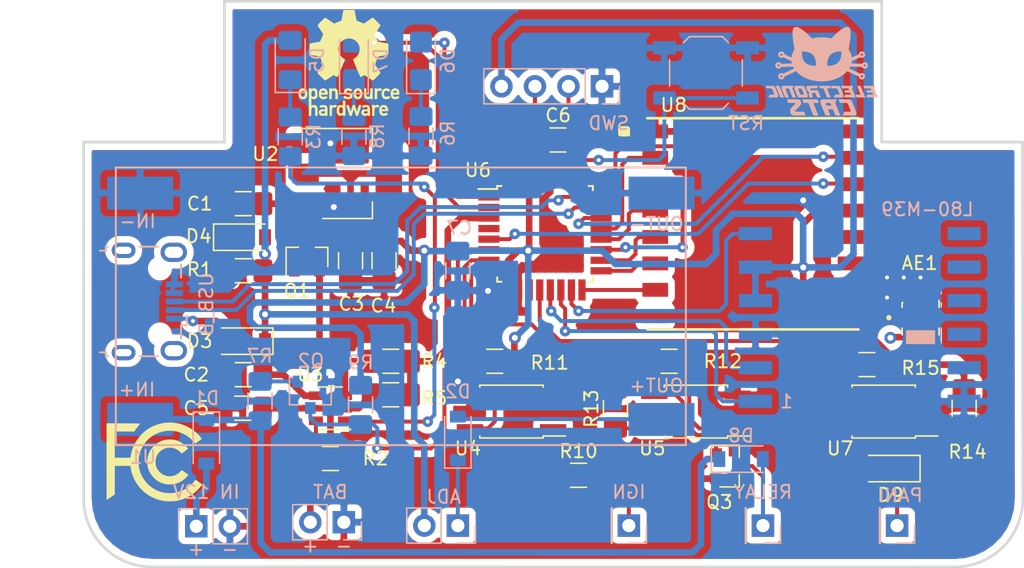
<source format=kicad_pcb>
(kicad_pcb (version 20171130) (host pcbnew "(5.1.0)-1")
  (title_block (title "CatWAN Tracker Vehicular") (date 2019-03-25) (rev 0.1v) (company "Electronic Cats") (comment 1 "Ignacio Acosta"))
  (layers (0 F.Cu signal) (31 B.Cu signal) (34 B.Paste user) (35 F.Paste user) (36 B.SilkS user) (37 F.SilkS user) (38 B.Mask user) (39 F.Mask user) (44 Edge.Cuts user))
  (net 0 "")
  (net 1 GND)
  (net 2 "Net-(AE1-Pad1)")
  (net 3 +5V)
  (net 4 +3V3)
  (net 5 +BATT)
  (net 6 /microcontroller/VDD_CORE)
  (net 7 "Net-(D1-Pad2)")
  (net 8 +12V)
  (net 9 "Net-(D2-Pad1)")
  (net 10 "Net-(D2-Pad2)")
  (net 11 "Net-(D3-Pad2)")
  (net 12 "Net-(D5-Pad1)")
  (net 13 "Net-(D6-Pad1)")
  (net 14 /microcontroller/LED_1)
  (net 15 /microcontroller/LED_2)
  (net 16 "Net-(D7-Pad1)")
  (net 17 "Net-(D8-Pad2)")
  (net 18 "Net-(D9-Pad1)")
  (net 19 "Net-(D9-Pad2)")
  (net 20 D-)
  (net 21 D+)
  (net 22 "Net-(J5-Pad1)")
  (net 23 /microcontroller/SWCLK)
  (net 24 /microcontroller/SWDIO)
  (net 25 /microcontroller/RX_GPS)
  (net 26 /microcontroller/TX_GPS)
  (net 27 /microcontroller/1PPS)
  (net 28 "Net-(MODULE1-Pad7)")
  (net 29 "Net-(MODULE1-Pad8)")
  (net 30 "Net-(MODULE1-Pad10)")
  (net 31 "Net-(MODULE1-Pad11)")
  (net 32 "Net-(Q2-Pad1)")
  (net 33 /microcontroller/SIG_CONECTADO)
  (net 34 "Net-(Q3-Pad1)")
  (net 35 "Net-(R2-Pad1)")
  (net 36 "Net-(R3-Pad2)")
  (net 37 V_DIV)
  (net 38 "Net-(R10-Pad1)")
  (net 39 /microcontroller/SIG_IGNI)
  (net 40 "Net-(R12-Pad1)")
  (net 41 /microcontroller/OUT_SIG)
  (net 42 "Net-(R13-Pad1)")
  (net 43 "Net-(R14-Pad1)")
  (net 44 /microcontroller/SIG_PANI)
  (net 45 /microcontroller/RST_SAMD)
  (net 46 "Net-(U6-Pad4)")
  (net 47 /microcontroller/DIO0)
  (net 48 "Net-(U6-Pad11)")
  (net 49 /microcontroller/DIO5)
  (net 50 /microcontroller/RST_RF)
  (net 51 /microcontroller/NSS)
  (net 52 /microcontroller/MOSI)
  (net 53 /microcontroller/SCK)
  (net 54 /microcontroller/MISO)
  (net 55 /microcontroller/DIO1)
  (net 56 /microcontroller/DIO2)
  (net 57 "Net-(U6-Pad27)")
  (net 58 "Net-(U8-Pad11)")
  (net 59 "Net-(U8-Pad12)")
  (net 60 "Net-(C1-Pad1)")
  (module gps_LoRa:MOLEX_1661 (layer F.Cu) (at 166.116 75.438 270)
    (fp_text reference AE1 (at -4.138 0.066 180) (layer F.SilkS))
    (fp_text value Antenna_Shield)
    (pad 3 smd rect (at 1.475 0 270) (size 1.05 2.2) (layers F.Cu F.Paste B.SilkS F.Mask))
    (pad 2 smd rect (at -1.475 0 270) (size 1.05 2.2) (layers F.Cu F.Paste F.Mask) (net 1 GND))
    (pad 1 smd rect (at 0 1.5 270) (size 1 1) (layers F.Cu F.Paste F.Mask) (net 2 "Net-(AE1-Pad1)"))
  )
  (module Capacitor_SMD:C_1206_3216Metric_Pad1.42x1.75mm_HandSolder (layer F.Cu) (at 114.808 66.802 180)
    (fp_text reference C1 (at 3.302 0 180) (layer F.SilkS))
    (fp_text value 10uf)
    (pad 1 smd roundrect (at -1.4875 0 180) (size 1.425 1.75) (layers F.Cu F.Paste F.Mask) (roundrect_rratio 0.175439) (net 60 "Net-(C1-Pad1)"))
    (pad 2 smd roundrect (at 1.4875 0 180) (size 1.425 1.75) (layers F.Cu F.Paste F.Mask) (roundrect_rratio 0.175439) (net 1 GND))
  )
  (module Capacitor_SMD:C_1206_3216Metric_Pad1.42x1.75mm_HandSolder (layer F.Cu) (at 114.808 79.756 180)
    (fp_text reference C2 (at 3.556 0 180) (layer F.SilkS))
    (fp_text value 10uf)
    (pad 1 smd roundrect (at -1.4875 0 180) (size 1.425 1.75) (layers F.Cu F.Paste F.Mask) (roundrect_rratio 0.175439) (net 3 +5V))
    (pad 2 smd roundrect (at 1.4875 0 180) (size 1.425 1.75) (layers F.Cu F.Paste F.Mask) (roundrect_rratio 0.175439) (net 1 GND))
  )
  (module Capacitor_SMD:C_1206_3216Metric_Pad1.42x1.75mm_HandSolder (layer F.Cu) (at 122.936 71.12 270)
    (fp_text reference C3 (at 3.27 -0.064) (layer F.SilkS))
    (fp_text value 100uf)
    (pad 2 smd roundrect (at 1.4875 0 270) (size 1.425 1.75) (layers F.Cu F.Paste F.Mask) (roundrect_rratio 0.175439) (net 1 GND))
    (pad 1 smd roundrect (at -1.4875 0 270) (size 1.425 1.75) (layers F.Cu F.Paste F.Mask) (roundrect_rratio 0.175439) (net 4 +3V3))
  )
  (module Capacitor_SMD:C_1206_3216Metric_Pad1.42x1.75mm_HandSolder (layer F.Cu) (at 125.476 71.12 270)
    (fp_text reference C4 (at 3.41 0.046) (layer F.SilkS))
    (fp_text value 0.1uf)
    (pad 1 smd roundrect (at -1.4875 0 270) (size 1.425 1.75) (layers F.Cu F.Paste F.Mask) (roundrect_rratio 0.175439) (net 4 +3V3))
    (pad 2 smd roundrect (at 1.4875 0 270) (size 1.425 1.75) (layers F.Cu F.Paste F.Mask) (roundrect_rratio 0.175439) (net 1 GND))
  )
  (module Capacitor_SMD:C_1206_3216Metric_Pad1.42x1.75mm_HandSolder (layer F.Cu) (at 114.7715 82.296 180)
    (fp_text reference C5 (at 3.5195 0 180) (layer F.SilkS))
    (fp_text value 10uf)
    (pad 2 smd roundrect (at 1.4875 0 180) (size 1.425 1.75) (layers F.Cu F.Paste F.Mask) (roundrect_rratio 0.175439) (net 1 GND))
    (pad 1 smd roundrect (at -1.4875 0 180) (size 1.425 1.75) (layers F.Cu F.Paste F.Mask) (roundrect_rratio 0.175439) (net 5 +BATT))
  )
  (module Capacitor_SMD:C_1206_3216Metric_Pad1.42x1.75mm_HandSolder (layer F.Cu) (at 138.6475 61.976)
    (fp_text reference C6 (at 0.0125 -1.866) (layer F.SilkS))
    (fp_text value 1uf)
    (pad 2 smd roundrect (at 1.4875 0) (size 1.425 1.75) (layers F.Cu F.Paste F.Mask) (roundrect_rratio 0.175439) (net 1 GND))
    (pad 1 smd roundrect (at -1.4875 0) (size 1.425 1.75) (layers F.Cu F.Paste F.Mask) (roundrect_rratio 0.175439) (net 6 /microcontroller/VDD_CORE))
  )
  (module Capacitor_SMD:C_1206_3216Metric_Pad1.42x1.75mm_HandSolder (layer B.Cu) (at 131.064 71.882 270)
    (fp_text reference C7 (at -3.252 -0.106) (layer B.SilkS) (effects (justify mirror)))
    (fp_text value 0.1uf)
    (pad 1 smd roundrect (at -1.4875 0 270) (size 1.425 1.75) (layers B.Cu B.Paste B.Mask) (roundrect_rratio 0.175439) (net 4 +3V3))
    (pad 2 smd roundrect (at 1.4875 0 270) (size 1.425 1.75) (layers B.Cu B.Paste B.Mask) (roundrect_rratio 0.175439) (net 1 GND))
  )
  (module Diode_SMD:D_SOD-123 (layer B.Cu) (at 112.014 84.836 270)
    (fp_text reference D1 (at -3.302 0 180) (layer B.SilkS) (effects (justify mirror)))
    (fp_text value D_Schottky)
    (pad 2 smd rect (at 1.65 0 270) (size 0.9 1.2) (layers B.Cu B.Paste B.Mask) (net 7 "Net-(D1-Pad2)"))
    (pad 1 smd rect (at -1.65 0 270) (size 0.9 1.2) (layers B.Cu B.Paste B.Mask) (net 8 +12V))
  )
  (module Diode_SMD:D_SOD-123 (layer B.Cu) (at 131.064 84.582 90)
    (fp_text reference D2 (at 3.556 0 180) (layer B.SilkS) (effects (justify mirror)))
    (fp_text value D_Schottky)
    (pad 1 smd rect (at -1.65 0 90) (size 0.9 1.2) (layers B.Cu B.Paste B.Mask) (net 9 "Net-(D2-Pad1)"))
    (pad 2 smd rect (at 1.65 0 90) (size 0.9 1.2) (layers B.Cu B.Paste B.Mask) (net 10 "Net-(D2-Pad2)"))
  )
  (module Diode_SMD:D_SOD-123 (layer F.Cu) (at 114.808 77.216 180)
    (fp_text reference D3 (at 3.302 0 180) (layer F.SilkS))
    (fp_text value D_Schottky)
    (pad 2 smd rect (at 1.65 0 180) (size 0.9 1.2) (layers F.Cu F.Paste F.Mask) (net 11 "Net-(D3-Pad2)"))
    (pad 1 smd rect (at -1.65 0 180) (size 0.9 1.2) (layers F.Cu F.Paste F.Mask) (net 3 +5V))
  )
  (module LED_SMD:LED_1206_3216Metric_Pad1.42x1.75mm_HandSolder (layer B.Cu) (at 118.364 55.9165 90)
    (fp_text reference D5 (at 0 2.032 90) (layer B.SilkS) (effects (justify mirror)))
    (fp_text value LED)
    (pad 1 smd roundrect (at -1.4875 0 90) (size 1.425 1.75) (layers B.Cu B.Paste B.Mask) (roundrect_rratio 0.175439) (net 12 "Net-(D5-Pad1)"))
    (pad 2 smd roundrect (at 1.4875 0 90) (size 1.425 1.75) (layers B.Cu B.Paste B.Mask) (roundrect_rratio 0.175439) (net 3 +5V))
  )
  (module LED_SMD:LED_1206_3216Metric_Castellated (layer B.Cu) (at 128.27 55.979 90)
    (fp_text reference D6 (at 0 2.032 90) (layer B.SilkS) (effects (justify mirror)))
    (fp_text value LED_GREEN)
    (pad 1 smd roundrect (at -1.425 0 90) (size 1.6 1.65) (layers B.Cu B.Paste B.Mask) (roundrect_rratio 0.15625) (net 13 "Net-(D6-Pad1)"))
    (pad 2 smd roundrect (at 1.425 0 90) (size 1.6 1.65) (layers B.Cu B.Paste B.Mask) (roundrect_rratio 0.15625) (net 14 /microcontroller/LED_1))
  )
  (module LED_SMD:LED_1206_3216Metric_Castellated (layer B.Cu) (at 123.19 55.979 90)
    (fp_text reference D7 (at 0 2.032 90) (layer B.SilkS) (effects (justify mirror)))
    (fp_text value LED_RED)
    (pad 2 smd roundrect (at 1.425 0 90) (size 1.6 1.65) (layers B.Cu B.Paste B.Mask) (roundrect_rratio 0.15625) (net 15 /microcontroller/LED_2))
    (pad 1 smd roundrect (at -1.425 0 90) (size 1.6 1.65) (layers B.Cu B.Paste B.Mask) (roundrect_rratio 0.15625) (net 16 "Net-(D7-Pad1)"))
  )
  (module Diode_SMD:D_SOD-123 (layer B.Cu) (at 152.52 86.15)
    (fp_text reference D8 (at 0 -1.778) (layer B.SilkS) (effects (justify mirror)))
    (fp_text value D_Schottky)
    (pad 2 smd rect (at 1.65 0) (size 0.9 1.2) (layers B.Cu B.Paste B.Mask) (net 17 "Net-(D8-Pad2)"))
    (pad 1 smd rect (at -1.65 0) (size 0.9 1.2) (layers B.Cu B.Paste B.Mask) (net 8 +12V))
  )
  (module Diode_SMD:D_SOD-123 (layer F.Cu) (at 163.83 86.868 180)
    (fp_text reference D9 (at 0 -2 180) (layer F.SilkS))
    (fp_text value D_Schottky)
    (pad 1 smd rect (at -1.65 0 180) (size 0.9 1.2) (layers F.Cu F.Paste F.Mask) (net 18 "Net-(D9-Pad1)"))
    (pad 2 smd rect (at 1.65 0 180) (size 0.9 1.2) (layers F.Cu F.Paste F.Mask) (net 19 "Net-(D9-Pad2)"))
  )
  (module Connector_PinHeader_2.54mm:PinHeader_1x02_P2.54mm_Vertical (layer B.Cu) (at 111.252 91.24 270)
    (fp_text reference J1)
    (fp_text value "IN 12V" (at -2.594 -0.762) (layer B.SilkS) (effects (justify mirror)))
    (pad 1 thru_hole rect (at 0 0 270) (size 1.7 1.7) (drill 1) (layers *.Cu *.Mask) (net 7 "Net-(D1-Pad2)"))
    (pad 2 thru_hole oval (at 0 -2.54 270) (size 1.7 1.7) (drill 1) (layers *.Cu *.Mask) (net 1 GND))
  )
  (module Connector_USB:USB_Micro-B_Wuerth_629105150521 (layer B.Cu) (at 107.696 74.21 90)
    (fp_text reference J2)
    (fp_text value USB_B (at -0.212 4.318 90) (layer B.SilkS) (effects (justify mirror)))
    (pad 1 smd rect (at -1.3 1.9 90) (size 0.45 1.3) (layers B.Cu B.Paste B.Mask) (net 11 "Net-(D3-Pad2)"))
    (pad 2 smd rect (at -0.65 1.9 90) (size 0.45 1.3) (layers B.Cu B.Paste B.Mask) (net 20 D-))
    (pad 3 smd rect (at 0 1.9 90) (size 0.45 1.3) (layers B.Cu B.Paste B.Mask) (net 21 D+))
    (pad 4 smd rect (at 0.65 1.9 90) (size 0.45 1.3) (layers B.Cu B.Paste B.Mask) (net 1 GND))
    (pad 5 smd rect (at 1.3 1.9 90) (size 0.45 1.3) (layers B.Cu B.Paste B.Mask) (net 1 GND))
    (pad 6 thru_hole oval (at -3.725 1.85 90) (size 1.45 2) (drill oval 0.85 1.4) (layers *.Cu *.Mask))
    (pad 6 thru_hole oval (at 3.725 1.85 90) (size 1.45 2) (drill oval 0.85 1.4) (layers *.Cu *.Mask))
    (pad 6 thru_hole oval (at -3.875 -1.95 90) (size 1.15 1.8) (drill oval 0.55 1.2) (layers *.Cu *.Mask))
    (pad 6 thru_hole oval (at 3.875 -1.95 90) (size 1.15 1.8) (drill oval 0.55 1.2) (layers *.Cu *.Mask))
    (pad "" np_thru_hole oval (at -2.5 0.8 90) (size 0.8 0.8) (drill 0.8) (layers *.Cu *.Mask))
    (pad "" np_thru_hole oval (at 2.5 0.8 90) (size 0.8 0.8) (drill 0.8) (layers *.Cu *.Mask))
  )
  (module Connector_PinHeader_2.54mm:PinHeader_1x02_P2.54mm_Vertical (layer B.Cu) (at 131.064 91.186 90)
    (fp_text reference J3)
    (fp_text value ADJ (at 2.18 -1.07 180) (layer B.SilkS) (effects (justify mirror)))
    (pad 2 thru_hole oval (at 0 -2.54 90) (size 1.7 1.7) (drill 1) (layers *.Cu *.Mask) (net 3 +5V))
    (pad 1 thru_hole rect (at 0 0 90) (size 1.7 1.7) (drill 1) (layers *.Cu *.Mask) (net 9 "Net-(D2-Pad1)"))
  )
  (module Connector_PinHeader_2.54mm:PinHeader_1x02_P2.54mm_Vertical (layer B.Cu) (at 122.428 90.932 90)
    (fp_text reference J4)
    (fp_text value BAT (at 2.286 -1.016 -180) (layer B.SilkS) (effects (justify mirror)))
    (pad 1 thru_hole rect (at 0 0 90) (size 1.7 1.7) (drill 1) (layers *.Cu *.Mask) (net 1 GND))
    (pad 2 thru_hole oval (at 0 -2.54 90) (size 1.7 1.7) (drill 1) (layers *.Cu *.Mask) (net 5 +BATT))
  )
  (module Connector_PinHeader_2.54mm:PinHeader_1x01_P2.54mm_Vertical (layer B.Cu) (at 144.018 91.186 90)
    (fp_text reference J5)
    (fp_text value IGN (at 2.54 0 180) (layer B.SilkS) (effects (justify mirror)))
    (pad 1 thru_hole rect (at 0 0 90) (size 1.7 1.7) (drill 1) (layers *.Cu *.Mask) (net 22 "Net-(J5-Pad1)"))
  )
  (module Connector_PinHeader_2.54mm:PinHeader_1x01_P2.54mm_Vertical (layer B.Cu) (at 154.178 91.186 90)
    (fp_text reference J6)
    (fp_text value RELAY (at 2.54 0 180) (layer B.SilkS) (effects (justify mirror)))
    (pad 1 thru_hole rect (at 0 0 90) (size 1.7 1.7) (drill 1) (layers *.Cu *.Mask) (net 17 "Net-(D8-Pad2)"))
  )
  (module Connector_PinHeader_2.54mm:PinHeader_1x01_P2.54mm_Vertical (layer B.Cu) (at 164.338 91.186 90)
    (fp_text reference J7)
    (fp_text value PANI (at 2.286 0.254 180) (layer B.SilkS) (effects (justify mirror)))
    (pad 1 thru_hole rect (at 0 0 90) (size 1.7 1.7) (drill 1) (layers *.Cu *.Mask) (net 18 "Net-(D9-Pad1)"))
  )
  (module Connector_PinHeader_2.54mm:PinHeader_1x04_P2.54mm_Vertical (layer B.Cu) (at 141.986 57.912 90)
    (fp_text reference J8)
    (fp_text value SWD (at -2.794 0.508 180) (layer B.SilkS) (effects (justify mirror)))
    (pad 1 thru_hole rect (at 0 0 90) (size 1.7 1.7) (drill 1) (layers *.Cu *.Mask) (net 1 GND))
    (pad 2 thru_hole oval (at 0 -2.54 90) (size 1.7 1.7) (drill 1) (layers *.Cu *.Mask) (net 23 /microcontroller/SWCLK))
    (pad 3 thru_hole oval (at 0 -5.08 90) (size 1.7 1.7) (drill 1) (layers *.Cu *.Mask) (net 24 /microcontroller/SWDIO))
    (pad 4 thru_hole oval (at 0 -7.62 90) (size 1.7 1.7) (drill 1) (layers *.Cu *.Mask) (net 4 +3V3))
  )
  (module QUECTEL_L80-M39 (layer B.Cu) (at 161.51 76.27 180)
    (fp_text reference MODULE1)
    (fp_text value L80-M39 (at -5.12 9.04 180) (layer B.SilkS) (effects (justify mirror)))
    (pad 1 smd rect (at 7.9 -5.5 180) (size 2.5 1) (layers B.Cu B.Paste B.Mask) (net 25 /microcontroller/RX_GPS))
    (pad 2 smd rect (at 7.9 -2.96 180) (size 2.5 1) (layers B.Cu B.Paste B.Mask) (net 26 /microcontroller/TX_GPS))
    (pad 3 smd rect (at 7.9 -0.42 180) (size 2.5 1) (layers B.Cu B.Paste B.Mask) (net 1 GND))
    (pad 4 smd rect (at 7.9 2.12 180) (size 2.5 1) (layers B.Cu B.Paste B.Mask) (net 4 +3V3))
    (pad 5 smd rect (at 7.9 4.66 180) (size 2.5 1) (layers B.Cu B.Paste B.Mask) (net 4 +3V3))
    (pad 6 smd rect (at 7.9 7.2 180) (size 2.5 1) (layers B.Cu B.Paste B.Mask) (net 27 /microcontroller/1PPS))
    (pad 7 smd rect (at -7.9 7.2) (size 2.5 1) (layers B.Cu B.Paste B.Mask) (net 28 "Net-(MODULE1-Pad7)"))
    (pad 8 smd rect (at -7.9 4.66) (size 2.5 1) (layers B.Cu B.Paste B.Mask) (net 29 "Net-(MODULE1-Pad8)"))
    (pad 9 smd rect (at -7.9 2.12) (size 2.5 1) (layers B.Cu B.Paste B.Mask))
    (pad 10 smd rect (at -7.9 -0.42) (size 2.5 1) (layers B.Cu B.Paste B.Mask) (net 30 "Net-(MODULE1-Pad10)"))
    (pad 11 smd rect (at -7.9 -2.96) (size 2.5 1) (layers B.Cu B.Paste B.Mask) (net 31 "Net-(MODULE1-Pad11)"))
    (pad 12 smd rect (at -7.9 -5.5) (size 2.5 1) (layers B.Cu B.Paste B.Mask) (net 1 GND))
  )
  (module Package_TO_SOT_SMD:SOT-23 (layer F.Cu) (at 119.634 70.866 90)
    (fp_text reference Q1 (at -2.54 -0.762 180) (layer F.SilkS))
    (fp_text value Q_PMOS_GSD)
    (pad 3 smd rect (at 1 0 90) (size 0.9 0.8) (layers F.Cu F.Paste F.Mask) (net 60 "Net-(C1-Pad1)"))
    (pad 2 smd rect (at -1 0.95 90) (size 0.9 0.8) (layers F.Cu F.Paste F.Mask) (net 5 +BATT))
    (pad 1 smd rect (at -1 -0.95 90) (size 0.9 0.8) (layers F.Cu F.Paste F.Mask) (net 3 +5V))
  )
  (module Package_TO_SOT_SMD:SOT-23 (layer B.Cu) (at 119.888 81.28 270)
    (fp_text reference Q2 (at -2.58 -0.052 180) (layer B.SilkS) (effects (justify mirror)))
    (fp_text value SMMBT3904LT1G)
    (pad 1 smd rect (at -1 0.95 270) (size 0.9 0.8) (layers B.Cu B.Paste B.Mask) (net 32 "Net-(Q2-Pad1)"))
    (pad 2 smd rect (at -1 -0.95 270) (size 0.9 0.8) (layers B.Cu B.Paste B.Mask) (net 1 GND))
    (pad 3 smd rect (at 1 0 270) (size 0.9 0.8) (layers B.Cu B.Paste B.Mask) (net 33 /microcontroller/SIG_CONECTADO))
  )
  (module Package_TO_SOT_SMD:SOT-23 (layer F.Cu) (at 151.622 86.68)
    (fp_text reference Q3 (at -0.746 2.728) (layer F.SilkS))
    (fp_text value SMMBT3904LT1G)
    (pad 1 smd rect (at -1 -0.95) (size 0.9 0.8) (layers F.Cu F.Paste F.Mask) (net 34 "Net-(Q3-Pad1)"))
    (pad 2 smd rect (at -1 0.95) (size 0.9 0.8) (layers F.Cu F.Paste F.Mask) (net 1 GND))
    (pad 3 smd rect (at 1 0) (size 0.9 0.8) (layers F.Cu F.Paste F.Mask) (net 17 "Net-(D8-Pad2)"))
  )
  (module Resistor_SMD:R_1206_3216Metric_Pad1.42x1.75mm_HandSolder (layer F.Cu) (at 114.808 71.882 180)
    (fp_text reference R1 (at 3.302 0.1 180) (layer F.SilkS))
    (fp_text value 47k)
    (pad 1 smd roundrect (at -1.4875 0 180) (size 1.425 1.75) (layers F.Cu F.Paste F.Mask) (roundrect_rratio 0.175439) (net 3 +5V))
    (pad 2 smd roundrect (at 1.4875 0 180) (size 1.425 1.75) (layers F.Cu F.Paste F.Mask) (roundrect_rratio 0.175439) (net 1 GND))
  )
  (module Resistor_SMD:R_1206_3216Metric_Pad1.42x1.75mm_HandSolder (layer F.Cu) (at 121.412 86.106)
    (fp_text reference R2 (at 3.4125 0) (layer F.SilkS))
    (fp_text value 2k)
    (pad 1 smd roundrect (at -1.4875 0) (size 1.425 1.75) (layers F.Cu F.Paste F.Mask) (roundrect_rratio 0.175439) (net 35 "Net-(R2-Pad1)"))
    (pad 2 smd roundrect (at 1.4875 0) (size 1.425 1.75) (layers F.Cu F.Paste F.Mask) (roundrect_rratio 0.175439) (net 1 GND))
  )
  (module Resistor_SMD:R_1206_3216Metric_Pad1.42x1.75mm_HandSolder (layer B.Cu) (at 118.364 61.7275 270)
    (fp_text reference R3 (at -0.0055 -1.778 270) (layer B.SilkS) (effects (justify mirror)))
    (fp_text value 330)
    (pad 2 smd roundrect (at 1.4875 0 270) (size 1.425 1.75) (layers B.Cu B.Paste B.Mask) (roundrect_rratio 0.175439) (net 36 "Net-(R3-Pad2)"))
    (pad 1 smd roundrect (at -1.4875 0 270) (size 1.425 1.75) (layers B.Cu B.Paste B.Mask) (roundrect_rratio 0.175439) (net 12 "Net-(D5-Pad1)"))
  )
  (module Resistor_SMD:R_1206_3216Metric_Pad1.42x1.75mm_HandSolder (layer F.Cu) (at 125.984 78.74)
    (fp_text reference R4 (at 3.302 0) (layer F.SilkS))
    (fp_text value 100k)
    (pad 2 smd roundrect (at 1.4875 0) (size 1.425 1.75) (layers F.Cu F.Paste F.Mask) (roundrect_rratio 0.175439) (net 37 V_DIV))
    (pad 1 smd roundrect (at -1.4875 0) (size 1.425 1.75) (layers F.Cu F.Paste F.Mask) (roundrect_rratio 0.175439) (net 5 +BATT))
  )
  (module Resistor_SMD:R_1206_3216Metric_Pad1.42x1.75mm_HandSolder (layer F.Cu) (at 125.984 81.28 180)
    (fp_text reference R5 (at -3.302 -0.254 180) (layer F.SilkS))
    (fp_text value 100k)
    (pad 1 smd roundrect (at -1.4875 0 180) (size 1.425 1.75) (layers F.Cu F.Paste F.Mask) (roundrect_rratio 0.175439) (net 37 V_DIV))
    (pad 2 smd roundrect (at 1.4875 0 180) (size 1.425 1.75) (layers F.Cu F.Paste F.Mask) (roundrect_rratio 0.175439) (net 1 GND))
  )
  (module Resistor_SMD:R_1206_3216Metric_Pad1.42x1.75mm_HandSolder (layer B.Cu) (at 128.27 61.6855 270)
    (fp_text reference R6 (at -0.2175 -2.032 270) (layer B.SilkS) (effects (justify mirror)))
    (fp_text value 330)
    (pad 1 smd roundrect (at -1.4875 0 270) (size 1.425 1.75) (layers B.Cu B.Paste B.Mask) (roundrect_rratio 0.175439) (net 13 "Net-(D6-Pad1)"))
    (pad 2 smd roundrect (at 1.4875 0 270) (size 1.425 1.75) (layers B.Cu B.Paste B.Mask) (roundrect_rratio 0.175439) (net 1 GND))
  )
  (module Resistor_SMD:R_1206_3216Metric_Pad1.42x1.75mm_HandSolder (layer B.Cu) (at 116.078 81.7515 270)
    (fp_text reference R7 (at -3.4215 0.028 180) (layer B.SilkS) (effects (justify mirror)))
    (fp_text value 1k)
    (pad 1 smd roundrect (at -1.4875 0 270) (size 1.425 1.75) (layers B.Cu B.Paste B.Mask) (roundrect_rratio 0.175439) (net 32 "Net-(Q2-Pad1)"))
    (pad 2 smd roundrect (at 1.4875 0 270) (size 1.425 1.75) (layers B.Cu B.Paste B.Mask) (roundrect_rratio 0.175439) (net 8 +12V))
  )
  (module Resistor_SMD:R_1206_3216Metric_Pad1.42x1.75mm_HandSolder (layer B.Cu) (at 123.19 61.6855 270)
    (fp_text reference R8 (at 0 -1.778 270) (layer B.SilkS) (effects (justify mirror)))
    (fp_text value 330)
    (pad 2 smd roundrect (at 1.4875 0 270) (size 1.425 1.75) (layers B.Cu B.Paste B.Mask) (roundrect_rratio 0.175439) (net 1 GND))
    (pad 1 smd roundrect (at -1.4875 0 270) (size 1.425 1.75) (layers B.Cu B.Paste B.Mask) (roundrect_rratio 0.175439) (net 16 "Net-(D7-Pad1)"))
  )
  (module Resistor_SMD:R_1206_3216Metric_Pad1.42x1.75mm_HandSolder (layer B.Cu) (at 123.698 82.042 90)
    (fp_text reference R9 (at 3.212 0.012 180) (layer B.SilkS) (effects (justify mirror)))
    (fp_text value 10k)
    (pad 2 smd roundrect (at 1.4875 0 90) (size 1.425 1.75) (layers B.Cu B.Paste B.Mask) (roundrect_rratio 0.175439) (net 4 +3V3))
    (pad 1 smd roundrect (at -1.4875 0 90) (size 1.425 1.75) (layers B.Cu B.Paste B.Mask) (roundrect_rratio 0.175439) (net 33 /microcontroller/SIG_CONECTADO))
  )
  (module Resistor_SMD:R_1206_3216Metric_Pad1.42x1.75mm_HandSolder (layer F.Cu) (at 140.208 87.376)
    (fp_text reference R10 (at 0 -1.82) (layer F.SilkS))
    (fp_text value 1k)
    (pad 1 smd roundrect (at -1.4875 0) (size 1.425 1.75) (layers F.Cu F.Paste F.Mask) (roundrect_rratio 0.175439) (net 38 "Net-(R10-Pad1)"))
    (pad 2 smd roundrect (at 1.4875 0) (size 1.425 1.75) (layers F.Cu F.Paste F.Mask) (roundrect_rratio 0.175) (net 22 "Net-(J5-Pad1)"))
  )
  (module Resistor_SMD:R_1206_3216Metric_Pad1.42x1.75mm_HandSolder (layer F.Cu) (at 133.858 78.74)
    (fp_text reference R11 (at 4.16 0.112) (layer F.SilkS))
    (fp_text value 10k)
    (pad 2 smd roundrect (at 1.4875 0) (size 1.425 1.75) (layers F.Cu F.Paste F.Mask) (roundrect_rratio 0.175439) (net 4 +3V3))
    (pad 1 smd roundrect (at -1.4875 0) (size 1.425 1.75) (layers F.Cu F.Paste F.Mask) (roundrect_rratio 0.175439) (net 39 /microcontroller/SIG_IGNI))
  )
  (module Resistor_SMD:R_1206_3216Metric_Pad1.42x1.75mm_HandSolder (layer F.Cu) (at 147.066 78.74 180)
    (fp_text reference R12 (at -4.064 0 180) (layer F.SilkS))
    (fp_text value 330)
    (pad 1 smd roundrect (at -1.4875 0 180) (size 1.425 1.75) (layers F.Cu F.Paste F.Mask) (roundrect_rratio 0.175439) (net 40 "Net-(R12-Pad1)"))
    (pad 2 smd roundrect (at 1.4875 0 180) (size 1.425 1.75) (layers F.Cu F.Paste F.Mask) (roundrect_rratio 0.175439) (net 41 /microcontroller/OUT_SIG))
  )
  (module Resistor_SMD:R_1206_3216Metric_Pad1.42x1.75mm_HandSolder (layer F.Cu) (at 143.002 82.3325 90)
    (fp_text reference R13 (at 0 -1.82 90) (layer F.SilkS))
    (fp_text value 1k)
    (pad 2 smd roundrect (at 1.4875 0 90) (size 1.425 1.75) (layers F.Cu F.Paste F.Mask) (roundrect_rratio 0.175439) (net 4 +3V3))
    (pad 1 smd roundrect (at -1.4875 0 90) (size 1.425 1.75) (layers F.Cu F.Paste F.Mask) (roundrect_rratio 0.175439) (net 42 "Net-(R13-Pad1)"))
  )
  (module Resistor_SMD:R_1206_3216Metric_Pad1.42x1.75mm_HandSolder (layer F.Cu) (at 169.418 82.296 90)
    (fp_text reference R14 (at -3.302 0.254 180) (layer F.SilkS))
    (fp_text value 330)
    (pad 2 smd roundrect (at 1.4875 0 90) (size 1.425 1.75) (layers F.Cu F.Paste F.Mask) (roundrect_rratio 0.175439) (net 4 +3V3))
    (pad 1 smd roundrect (at -1.4875 0 90) (size 1.425 1.75) (layers F.Cu F.Paste F.Mask) (roundrect_rratio 0.175439) (net 43 "Net-(R14-Pad1)"))
  )
  (module Resistor_SMD:R_1206_3216Metric_Pad1.42x1.75mm_HandSolder (layer F.Cu) (at 162.052 78.994)
    (fp_text reference R15 (at 4.064 0.254) (layer F.SilkS))
    (fp_text value 10k)
    (pad 1 smd roundrect (at -1.4875 0) (size 1.425 1.75) (layers F.Cu F.Paste F.Mask) (roundrect_rratio 0.175439) (net 44 /microcontroller/SIG_PANI))
    (pad 2 smd roundrect (at 1.4875 0) (size 1.425 1.75) (layers F.Cu F.Paste F.Mask) (roundrect_rratio 0.175439) (net 4 +3V3))
  )
  (module Button_Switch_SMD:SW_SPST_TL3342 (layer B.Cu) (at 149.86 56.896 180)
    (fp_text reference SW1)
    (fp_text value RST (at -3.048 -3.81 180) (layer B.SilkS) (effects (justify mirror)))
    (pad 1 smd rect (at -3.15 1.9 180) (size 1.7 1) (layers B.Cu B.Paste B.Mask) (net 1 GND))
    (pad 1 smd rect (at 3.15 1.9 180) (size 1.7 1) (layers B.Cu B.Paste B.Mask) (net 1 GND))
    (pad 2 smd rect (at -3.15 -1.9 180) (size 1.7 1) (layers B.Cu B.Paste B.Mask) (net 45 /microcontroller/RST_SAMD))
    (pad 2 smd rect (at 3.15 -1.9 180) (size 1.7 1) (layers B.Cu B.Paste B.Mask) (net 45 /microcontroller/RST_SAMD))
  )
  (module Package_TO_SOT_SMD:SOT-223-3_TabPin2 (layer F.Cu) (at 122.682 64.516)
    (fp_text reference U2 (at -6.192 -1.476) (layer F.SilkS))
    (fp_text value AP2114-3.3)
    (pad 2 smd rect (at 3.15 0) (size 2 3.8) (layers F.Cu F.Paste F.Mask) (net 4 +3V3))
    (pad 2 smd rect (at -3.15 0) (size 2 1.5) (layers F.Cu F.Paste F.Mask) (net 4 +3V3))
    (pad 3 smd rect (at -3.15 2.3) (size 2 1.5) (layers F.Cu F.Paste F.Mask) (net 60 "Net-(C1-Pad1)"))
    (pad 1 smd rect (at -3.15 -2.3) (size 2 1.5) (layers F.Cu F.Paste F.Mask) (net 1 GND))
  )
  (module Package_TO_SOT_SMD:SOT-23-5 (layer F.Cu) (at 121.412 82.296 180)
    (fp_text reference U3 (at 1.524 2.54 180) (layer F.SilkS))
    (fp_text value MCP73831-3-OT)
    (pad 1 smd rect (at -1.1 -0.95 180) (size 1.06 0.65) (layers F.Cu F.Paste F.Mask) (net 36 "Net-(R3-Pad2)"))
    (pad 2 smd rect (at -1.1 0 180) (size 1.06 0.65) (layers F.Cu F.Paste F.Mask) (net 1 GND))
    (pad 3 smd rect (at -1.1 0.95 180) (size 1.06 0.65) (layers F.Cu F.Paste F.Mask) (net 5 +BATT))
    (pad 4 smd rect (at 1.1 0.95 180) (size 1.06 0.65) (layers F.Cu F.Paste F.Mask) (net 3 +5V))
    (pad 5 smd rect (at 1.1 -0.95 180) (size 1.06 0.65) (layers F.Cu F.Paste F.Mask) (net 35 "Net-(R2-Pad1)"))
  )
  (module Package_SO:SO-4_4.4x3.6mm_P2.54mm (layer F.Cu) (at 135.128 82.55 180)
    (fp_text reference U4 (at 3.302 -2.794 180) (layer F.SilkS))
    (fp_text value LTV-352T)
    (pad 1 smd rect (at -3.15 -1.27 180) (size 2 0.64) (layers F.Cu F.Paste F.Mask) (net 38 "Net-(R10-Pad1)"))
    (pad 2 smd rect (at -3.15 1.27 180) (size 2 0.64) (layers F.Cu F.Paste F.Mask) (net 1 GND))
    (pad 3 smd rect (at 3.15 1.27 180) (size 2 0.64) (layers F.Cu F.Paste F.Mask) (net 1 GND))
    (pad 4 smd rect (at 3.15 -1.27 180) (size 2 0.64) (layers F.Cu F.Paste F.Mask) (net 39 /microcontroller/SIG_IGNI))
  )
  (module Package_SO:SO-4_4.4x3.6mm_P2.54mm (layer F.Cu) (at 149.098 82.55 180)
    (fp_text reference U5 (at 3.302 -2.794 180) (layer F.SilkS))
    (fp_text value LTV-352T)
    (pad 4 smd rect (at 3.15 -1.27 180) (size 2 0.64) (layers F.Cu F.Paste F.Mask) (net 42 "Net-(R13-Pad1)"))
    (pad 3 smd rect (at 3.15 1.27 180) (size 2 0.64) (layers F.Cu F.Paste F.Mask) (net 34 "Net-(Q3-Pad1)"))
    (pad 2 smd rect (at -3.15 1.27 180) (size 2 0.64) (layers F.Cu F.Paste F.Mask) (net 1 GND))
    (pad 1 smd rect (at -3.15 -1.27 180) (size 2 0.64) (layers F.Cu F.Paste F.Mask) (net 40 "Net-(R12-Pad1)"))
  )
  (module Package_QFP:TQFP-32_7x7mm_P0.8mm (layer F.Cu) (at 137.668 69.088)
    (fp_text reference U6 (at -5.08 -4.826) (layer F.SilkS))
    (fp_text value ATSAMD21E)
    (pad 1 smd rect (at -4.25 -2.8) (size 1.6 0.55) (layers F.Cu F.Paste F.Mask) (net 14 /microcontroller/LED_1))
    (pad 2 smd rect (at -4.25 -2) (size 1.6 0.55) (layers F.Cu F.Paste F.Mask) (net 15 /microcontroller/LED_2))
    (pad 3 smd rect (at -4.25 -1.2) (size 1.6 0.55) (layers F.Cu F.Paste F.Mask) (net 37 V_DIV))
    (pad 4 smd rect (at -4.25 -0.4) (size 1.6 0.55) (layers F.Cu F.Paste F.Mask) (net 46 "Net-(U6-Pad4)"))
    (pad 5 smd rect (at -4.25 0.4) (size 1.6 0.55) (layers F.Cu F.Paste F.Mask) (net 47 /microcontroller/DIO0))
    (pad 6 smd rect (at -4.25 1.2) (size 1.6 0.55) (layers F.Cu F.Paste F.Mask) (net 33 /microcontroller/SIG_CONECTADO))
    (pad 7 smd rect (at -4.25 2) (size 1.6 0.55) (layers F.Cu F.Paste F.Mask) (net 39 /microcontroller/SIG_IGNI))
    (pad 8 smd rect (at -4.25 2.8) (size 1.6 0.55) (layers F.Cu F.Paste F.Mask) (net 41 /microcontroller/OUT_SIG))
    (pad 9 smd rect (at -2.8 4.25 90) (size 1.6 0.55) (layers F.Cu F.Paste F.Mask) (net 4 +3V3))
    (pad 10 smd rect (at -2 4.25 90) (size 1.6 0.55) (layers F.Cu F.Paste F.Mask) (net 1 GND))
    (pad 11 smd rect (at -1.2 4.25 90) (size 1.6 0.55) (layers F.Cu F.Paste F.Mask) (net 48 "Net-(U6-Pad11)"))
    (pad 12 smd rect (at -0.4 4.25 90) (size 1.6 0.55) (layers F.Cu F.Paste F.Mask) (net 44 /microcontroller/SIG_PANI))
    (pad 13 smd rect (at 0.4 4.25 90) (size 1.6 0.55) (layers F.Cu F.Paste F.Mask) (net 26 /microcontroller/TX_GPS))
    (pad 14 smd rect (at 1.2 4.25 90) (size 1.6 0.55) (layers F.Cu F.Paste F.Mask) (net 25 /microcontroller/RX_GPS))
    (pad 15 smd rect (at 2 4.25 90) (size 1.6 0.55) (layers F.Cu F.Paste F.Mask) (net 27 /microcontroller/1PPS))
    (pad 16 smd rect (at 2.8 4.25 90) (size 1.6 0.55) (layers F.Cu F.Paste F.Mask) (net 49 /microcontroller/DIO5))
    (pad 17 smd rect (at 4.25 2.8) (size 1.6 0.55) (layers F.Cu F.Paste F.Mask) (net 50 /microcontroller/RST_RF))
    (pad 18 smd rect (at 4.25 2) (size 1.6 0.55) (layers F.Cu F.Paste F.Mask) (net 51 /microcontroller/NSS))
    (pad 19 smd rect (at 4.25 1.2) (size 1.6 0.55) (layers F.Cu F.Paste F.Mask) (net 52 /microcontroller/MOSI))
    (pad 20 smd rect (at 4.25 0.4) (size 1.6 0.55) (layers F.Cu F.Paste F.Mask) (net 53 /microcontroller/SCK))
    (pad 21 smd rect (at 4.25 -0.4) (size 1.6 0.55) (layers F.Cu F.Paste F.Mask) (net 54 /microcontroller/MISO))
    (pad 22 smd rect (at 4.25 -1.2) (size 1.6 0.55) (layers F.Cu F.Paste F.Mask) (net 55 /microcontroller/DIO1))
    (pad 23 smd rect (at 4.25 -2) (size 1.6 0.55) (layers F.Cu F.Paste F.Mask) (net 20 D-))
    (pad 24 smd rect (at 4.25 -2.8) (size 1.6 0.55) (layers F.Cu F.Paste F.Mask) (net 21 D+))
    (pad 25 smd rect (at 2.8 -4.25 90) (size 1.6 0.55) (layers F.Cu F.Paste F.Mask) (net 56 /microcontroller/DIO2))
    (pad 26 smd rect (at 2 -4.25 90) (size 1.6 0.55) (layers F.Cu F.Paste F.Mask) (net 45 /microcontroller/RST_SAMD))
    (pad 27 smd rect (at 1.2 -4.25 90) (size 1.6 0.55) (layers F.Cu F.Paste F.Mask) (net 57 "Net-(U6-Pad27)"))
    (pad 28 smd rect (at 0.4 -4.25 90) (size 1.6 0.55) (layers F.Cu F.Paste F.Mask) (net 1 GND))
    (pad 29 smd rect (at -0.4 -4.25 90) (size 1.6 0.55) (layers F.Cu F.Paste F.Mask) (net 6 /microcontroller/VDD_CORE))
    (pad 30 smd rect (at -1.2 -4.25 90) (size 1.6 0.55) (layers F.Cu F.Paste F.Mask) (net 4 +3V3))
    (pad 31 smd rect (at -2 -4.25 90) (size 1.6 0.55) (layers F.Cu F.Paste F.Mask) (net 23 /microcontroller/SWCLK))
    (pad 32 smd rect (at -2.8 -4.25 90) (size 1.6 0.55) (layers F.Cu F.Paste F.Mask) (net 24 /microcontroller/SWDIO))
  )
  (module Package_SO:SO-4_4.4x3.6mm_P2.54mm (layer F.Cu) (at 163.322 82.55 180)
    (fp_text reference U7 (at 3.302 -2.794 180) (layer F.SilkS))
    (fp_text value LTV-352T)
    (pad 1 smd rect (at -3.15 -1.27 180) (size 2 0.64) (layers F.Cu F.Paste F.Mask) (net 43 "Net-(R14-Pad1)"))
    (pad 2 smd rect (at -3.15 1.27 180) (size 2 0.64) (layers F.Cu F.Paste F.Mask) (net 19 "Net-(D9-Pad2)"))
    (pad 3 smd rect (at 3.15 1.27 180) (size 2 0.64) (layers F.Cu F.Paste F.Mask) (net 1 GND))
    (pad 4 smd rect (at 3.15 -1.27 180) (size 2 0.64) (layers F.Cu F.Paste F.Mask) (net 44 /microcontroller/SIG_PANI))
  )
  (module gps_LoRa:RFM95W (layer F.Cu) (at 153.416 68.326)
    (fp_text reference U8 (at -6 -9) (layer F.SilkS))
    (fp_text value RFM95W-868S2)
    (pad 1 smd rect (at -7.4 -7) (size 1.95 1.05) (layers F.Cu F.Paste F.Mask) (net 1 GND))
    (pad 2 smd rect (at -7.4 -5) (size 1.95 1.05) (layers F.Cu F.Paste F.Mask) (net 54 /microcontroller/MISO))
    (pad 3 smd rect (at -7.4 -3) (size 1.95 1.05) (layers F.Cu F.Paste F.Mask) (net 52 /microcontroller/MOSI))
    (pad 4 smd rect (at -7.4 -1) (size 1.95 1.05) (layers F.Cu F.Paste F.Mask) (net 53 /microcontroller/SCK))
    (pad 5 smd rect (at -7.4 1) (size 1.95 1.05) (layers F.Cu F.Paste F.Mask) (net 51 /microcontroller/NSS))
    (pad 6 smd rect (at -7.4 3) (size 1.95 1.05) (layers F.Cu F.Paste F.Mask) (net 50 /microcontroller/RST_RF))
    (pad 7 smd rect (at -7.4 5) (size 1.95 1.05) (layers F.Cu F.Paste F.Mask) (net 49 /microcontroller/DIO5))
    (pad 8 smd rect (at -7.4 7) (size 1.95 1.05) (layers F.Cu F.Paste F.Mask) (net 1 GND))
    (pad 9 smd rect (at 7.4 7 180) (size 1.95 1.05) (layers F.Cu F.Paste F.Mask) (net 2 "Net-(AE1-Pad1)"))
    (pad 10 smd rect (at 7.4 5 180) (size 1.95 1.05) (layers F.Cu F.Paste F.Mask) (net 1 GND))
    (pad 11 smd rect (at 7.4 3 180) (size 1.95 1.05) (layers F.Cu F.Paste F.Mask) (net 58 "Net-(U8-Pad11)"))
    (pad 12 smd rect (at 7.4 1 180) (size 1.95 1.05) (layers F.Cu F.Paste F.Mask) (net 59 "Net-(U8-Pad12)"))
    (pad 13 smd rect (at 7.4 -1 180) (size 1.95 1.05) (layers F.Cu F.Paste F.Mask) (net 4 +3V3))
    (pad 14 smd rect (at 7.4 -3 180) (size 1.95 1.05) (layers F.Cu F.Paste F.Mask) (net 47 /microcontroller/DIO0))
    (pad 15 smd rect (at 7.4 -5 180) (size 1.95 1.05) (layers F.Cu F.Paste F.Mask) (net 55 /microcontroller/DIO1))
    (pad 16 smd rect (at 7.4 -7 180) (size 1.95 1.05) (layers F.Cu F.Paste F.Mask) (net 56 /microcontroller/DIO2))
  )
  (module gps_LoRa:LM2596DC-DC (layer B.Cu) (at 105.156 85.09)
    (fp_text reference U1 (at 2.054 0.9) (layer B.SilkS) (effects (justify mirror)))
    (fp_text value LM2596)
    (fp_text user OUT- (at 40.96 -16.75) (layer B.SilkS) (effects (justify mirror)))
    (fp_text user OUT+ (at 40.95 -4.5) (layer B.SilkS) (effects (justify mirror)))
    (fp_text user IN- (at 1.65 -16.95) (layer B.SilkS) (effects (justify mirror)))
    (fp_text user IN+ (at 1.6 -4.2) (layer B.SilkS) (effects (justify mirror)))
    (pad 2 smd rect (at 1.84 -19.0885) (size 5 2.5) (layers B.Cu B.Paste B.Mask) (net 1 GND))
    (pad 4 smd rect (at 41.3385 -19.0885) (size 5 2.5) (layers B.Cu B.Paste B.Mask) (net 1 GND))
    (pad 1 smd rect (at 1.8415 -1.9435) (size 5 2.5) (layers B.Cu B.Paste B.Mask) (net 8 +12V))
    (pad 3 smd rect (at 41.3385 -1.9435) (size 5 2.5) (layers B.Cu B.Paste B.Mask) (net 10 "Net-(D2-Pad2)"))
  )
  (module Diode_SMD:D_SOD-123 (layer F.Cu) (at 114.808 69.342)
    (fp_text reference D4 (at -3.378 -0.072) (layer F.SilkS))
    (fp_text value D_Schottky)
    (pad 1 smd rect (at -1.65 0) (size 0.9 1.2) (layers F.Cu F.Paste F.Mask) (net 60 "Net-(C1-Pad1)"))
    (pad 2 smd rect (at 1.65 0) (size 0.9 1.2) (layers F.Cu F.Paste F.Mask) (net 3 +5V))
  )
  (module Symbols:OSHW-Logo_7.5x8mm_SilkScreen (layer F.Cu) (at 122.809 56.134)
    (fp_text reference REF*** hide)
    (fp_text value OSHW-Logo_7.5x8mm_SilkScreen hide)
  )
  (module Aesthetics:electronic_cats_logo_8x6 (layer B.Cu) (at 158.623 56.769 180)
    (fp_text reference G*** hide)
    (fp_text value LOGO hide)
  )
  (module Symbols:FCC-Logo_7.3x6mm_SilkScreen (layer F.Cu) (at 108.077 86.36)
    (fp_text reference REF*** hide)
    (fp_text value FCC-Logo_7.3x6mm_SilkScreen hide)
  )
  (gr_arc (start 168.71 89.17) (end 168.71 94.32) (angle -90) (layer Edge.Cuts) (width 0.2))
  (gr_arc (start 107.87 89.16) (end 102.72 89.16) (angle -90) (layer Edge.Cuts) (width 0.2))
  (gr_text 1 (at 155.956 81.788) (layer B.SilkS) (effects (font (size 1 1)) (justify mirror)))
  (gr_text + (at 119.888 92.71) (layer B.SilkS) (effects (font (size 1 1)) (justify mirror)))
  (gr_text - (at 122.428 92.71) (layer B.SilkS) (effects (font (size 1 1)) (justify mirror)))
  (gr_text - (at 113.792 92.964) (layer B.SilkS) (effects (font (size 1 1)) (justify mirror)))
  (gr_text + (at 111.252 92.964) (layer B.SilkS) (effects (font (size 1 1)) (justify mirror)))
  (gr_line (start 113.386 51.472) (end 113.386 62.14) (layer Edge.Cuts) (width 0.2))
  (gr_line (start 102.718 62.14) (end 102.72 89.16) (layer Edge.Cuts) (width 0.2))
  (gr_line (start 173.86 89.17) (end 173.838 62.14) (layer Edge.Cuts) (width 0.2))
  (gr_line (start 173.838 62.14) (end 163.17 62.14) (layer Edge.Cuts) (width 0.2))
  (gr_line (start 163.17 51.472) (end 113.386 51.472) (layer Edge.Cuts) (width 0.2))
  (gr_line (start 107.87 94.31) (end 168.71 94.32) (layer Edge.Cuts) (width 0.2))
  (gr_line (start 113.386 62.14) (end 102.718 62.14) (layer Edge.Cuts) (width 0.2))
  (gr_line (start 163.17 62.14) (end 163.17 51.472) (layer Edge.Cuts) (width 0.2))
  (via (at 163.83 76.962) (size 0.9) (drill 0.45) (layers F.Cu B.Cu) (net 0))
  (segment (start 166.116 76.913) (end 163.879 76.913) (width 0.5) (layer F.Cu) (net 0))
  (segment (start 163.879 76.913) (end 163.83 76.962) (width 0.5) (layer F.Cu) (net 0))
  (segment (start 138.068 65.905998) (end 138.068 64.838) (width 0.5) (layer F.Cu) (net 1))
  (segment (start 135.668 73.338) (end 135.668 72.038) (width 0.5) (layer F.Cu) (net 1))
  (segment (start 137.668 66.305998) (end 138.068 65.905998) (width 0.5) (layer F.Cu) (net 1))
  (segment (start 135.668 72.038) (end 136.332 71.374) (width 0.5) (layer F.Cu) (net 1))
  (segment (start 136.906 71.374) (end 137.668 70.612) (width 0.5) (layer F.Cu) (net 1))
  (segment (start 136.332 71.374) (end 136.906 71.374) (width 0.5) (layer F.Cu) (net 1))
  (segment (start 137.668 70.612) (end 137.668 66.305998) (width 0.5) (layer F.Cu) (net 1))
  (segment (start 109.474 73.548) (end 109.474 72.898) (width 0.3) (layer B.Cu) (net 1))
  (via (at 121.412 62.23) (size 0.9) (drill 0.45) (layers F.Cu B.Cu) (net 1))
  (segment (start 119.532 62.216) (end 121.398 62.216) (width 0.5) (layer F.Cu) (net 1))
  (segment (start 121.398 62.216) (end 121.412 62.23) (width 0.5) (layer F.Cu) (net 1))
  (segment (start 123.542 82.296) (end 124.05 81.788) (width 0.5) (layer F.Cu) (net 1))
  (segment (start 122.512 82.296) (end 123.542 82.296) (width 0.5) (layer F.Cu) (net 1))
  (via (at 121.666 67.056) (size 0.9) (drill 0.45) (layers F.Cu B.Cu) (net 1))
  (via (at 157.226 66.548) (size 0.9) (drill 0.45) (layers F.Cu B.Cu) (net 1))
  (via (at 163.576 73.914) (size 0.8) (drill 0.3) (layers F.Cu B.Cu) (net 1))
  (via (at 166.116 72.39) (size 0.8) (drill 0.3) (layers F.Cu B.Cu) (net 1))
  (via (at 163.576 72.39) (size 0.8) (drill 0.3) (layers F.Cu B.Cu) (net 1))
  (via (at 164.846 72.39) (size 0.8) (drill 0.3) (layers F.Cu B.Cu) (net 1))
  (via (at 131.064 80.264) (size 0.9) (drill 0.45) (layers F.Cu B.Cu) (net 1))
  (segment (start 131.978 81.28) (end 131.978 80.416) (width 0.5) (layer F.Cu) (net 1))
  (segment (start 131.826 80.264) (end 131.064 80.264) (width 0.5) (layer F.Cu) (net 1))
  (segment (start 131.978 80.416) (end 131.826 80.264) (width 0.5) (layer F.Cu) (net 1))
  (segment (start 135.668 74.638) (end 135.122 75.184) (width 0.5) (layer F.Cu) (net 1))
  (segment (start 135.668 73.338) (end 135.668 74.638) (width 0.5) (layer F.Cu) (net 1))
  (segment (start 135.122 75.184) (end 133.858 75.184) (width 0.5) (layer F.Cu) (net 1))
  (via (at 133.35 73.406) (size 0.9) (drill 0.45) (layers F.Cu B.Cu) (net 1))
  (segment (start 133.858 75.184) (end 133.35 74.676) (width 0.5) (layer F.Cu) (net 1))
  (segment (start 133.35 74.676) (end 133.35 73.406) (width 0.5) (layer F.Cu) (net 1))
  (segment (start 131.1005 73.406) (end 131.064 73.3695) (width 0.5) (layer B.Cu) (net 1))
  (segment (start 133.35 73.406) (end 131.1005 73.406) (width 0.5) (layer B.Cu) (net 1))
  (segment (start 139.3225 61.976) (end 140.135 61.976) (width 0.5) (layer F.Cu) (net 1))
  (segment (start 139.237466 61.976) (end 139.3225 61.976) (width 0.5) (layer F.Cu) (net 1))
  (segment (start 138.068 63.145466) (end 139.237466 61.976) (width 0.5) (layer F.Cu) (net 1))
  (segment (start 138.068 64.838) (end 138.068 63.145466) (width 0.5) (layer F.Cu) (net 1))
  (segment (start 164.504 75.326) (end 164.616 75.438) (width 0.3) (layer F.Cu) (net 2))
  (segment (start 160.816 75.326) (end 164.504 75.326) (width 0.5) (layer F.Cu) (net 2))
  (segment (start 119.446 81.346) (end 120.312 81.346) (width 0.5) (layer F.Cu) (net 3))
  (segment (start 116.2955 79.756) (end 117.856 79.756) (width 0.5) (layer F.Cu) (net 3))
  (segment (start 117.856 79.756) (end 119.446 81.346) (width 0.5) (layer F.Cu) (net 3))
  (segment (start 116.2955 77.3785) (end 116.458 77.216) (width 0.5) (layer F.Cu) (net 3))
  (segment (start 116.2955 79.756) (end 116.2955 77.3785) (width 0.5) (layer F.Cu) (net 3))
  (segment (start 116.458 72.0445) (end 116.2955 71.882) (width 0.5) (layer F.Cu) (net 3))
  (segment (start 118.668 71.882) (end 118.684 71.866) (width 0.5) (layer F.Cu) (net 3))
  (segment (start 116.2955 71.882) (end 118.668 71.882) (width 0.5) (layer F.Cu) (net 3))
  (segment (start 116.458 71.7195) (end 116.2955 71.882) (width 0.5) (layer F.Cu) (net 3))
  (via (at 116.458 75.184) (size 0.9) (drill 0.45) (layers F.Cu B.Cu) (net 3))
  (segment (start 116.458 77.216) (end 116.458 75.184) (width 0.5) (layer F.Cu) (net 3))
  (segment (start 116.458 75.184) (end 116.458 72.0445) (width 0.5) (layer F.Cu) (net 3))
  (segment (start 128.524 91.186) (end 128.524 85.09) (width 0.5) (layer B.Cu) (net 3))
  (segment (start 128.524 85.09) (end 127.762 84.328) (width 0.5) (layer B.Cu) (net 3))
  (segment (start 127.762 84.328) (end 127.762 75.692) (width 0.5) (layer B.Cu) (net 3))
  (segment (start 127.254 75.184) (end 120.142 75.184) (width 0.5) (layer B.Cu) (net 3))
  (segment (start 127.762 75.692) (end 127.254 75.184) (width 0.5) (layer B.Cu) (net 3))
  (segment (start 120.142 75.184) (end 116.458 75.184) (width 0.5) (layer B.Cu) (net 3))
  (via (at 116.458 70.612) (size 0.9) (drill 0.45) (layers F.Cu B.Cu) (net 3))
  (segment (start 116.458 69.342) (end 116.458 70.612) (width 0.5) (layer F.Cu) (net 3))
  (segment (start 116.458 70.612) (end 116.458 71.7195) (width 0.5) (layer F.Cu) (net 3))
  (segment (start 116.458 69.975604) (end 116.586 69.847604) (width 0.5) (layer B.Cu) (net 3))
  (segment (start 116.458 70.612) (end 116.458 69.975604) (width 0.5) (layer B.Cu) (net 3))
  (segment (start 116.458 70.612) (end 116.458 54.738) (width 0.5) (layer B.Cu) (net 3))
  (segment (start 116.458 54.738) (end 116.767 54.429) (width 0.5) (layer B.Cu) (net 3))
  (segment (start 117.094 54.429) (end 118.364 54.429) (width 0.5) (layer B.Cu) (net 3))
  (segment (start 116.767 54.429) (end 117.094 54.429) (width 0.5) (layer B.Cu) (net 3))
  (segment (start 122.428 64.516) (end 122.936 65.024) (width 0.5) (layer F.Cu) (net 4))
  (segment (start 122.936 65.024) (end 122.936 64.516) (width 0.5) (layer F.Cu) (net 4))
  (segment (start 122.936 69.6325) (end 122.936 65.024) (width 0.5) (layer F.Cu) (net 4))
  (segment (start 122.428 64.516) (end 119.532 64.516) (width 0.5) (layer F.Cu) (net 4))
  (segment (start 122.936 64.516) (end 122.428 64.516) (width 0.5) (layer F.Cu) (net 4))
  (segment (start 122.936 65.024) (end 123.444 64.516) (width 0.5) (layer F.Cu) (net 4))
  (segment (start 125.832 64.516) (end 123.444 64.516) (width 0.5) (layer F.Cu) (net 4))
  (segment (start 123.444 64.516) (end 122.936 64.516) (width 0.5) (layer F.Cu) (net 4))
  (segment (start 122.936 69.6325) (end 125.476 69.6325) (width 0.5) (layer F.Cu) (net 4))
  (segment (start 125.476 69.6325) (end 126.7825 69.6325) (width 0.5) (layer F.Cu) (net 4))
  (segment (start 126.7825 69.6325) (end 127.254 70.104) (width 0.5) (layer F.Cu) (net 4))
  (via (at 136.398 70.358) (size 0.9) (drill 0.45) (layers F.Cu B.Cu) (net 4))
  (segment (start 134.868 71.126) (end 134.868 73.338) (width 0.5) (layer F.Cu) (net 4))
  (segment (start 135.636 70.358) (end 134.868 71.126) (width 0.5) (layer F.Cu) (net 4))
  (segment (start 135.636 70.358) (end 136.398 70.358) (width 0.5) (layer F.Cu) (net 4))
  (segment (start 136.468 70.288) (end 136.398 70.358) (width 0.5) (layer F.Cu) (net 4))
  (segment (start 136.468 64.838) (end 136.468 70.288) (width 0.5) (layer F.Cu) (net 4))
  (segment (start 153.61 74.15) (end 153.61 71.61) (width 0.5) (layer B.Cu) (net 4))
  (segment (start 169.418 79.756) (end 169.418 80.8085) (width 0.5) (layer F.Cu) (net 4))
  (segment (start 168.656 78.994) (end 169.418 79.756) (width 0.5) (layer F.Cu) (net 4))
  (segment (start 163.5395 78.994) (end 168.656 78.994) (width 0.5) (layer F.Cu) (net 4))
  (segment (start 163.5395 78.019) (end 162.4825 76.962) (width 0.5) (layer F.Cu) (net 4))
  (segment (start 163.5395 78.994) (end 163.5395 78.019) (width 0.5) (layer F.Cu) (net 4))
  (segment (start 162.4825 76.962) (end 158.242 76.962) (width 0.5) (layer F.Cu) (net 4))
  (segment (start 158.242 76.962) (end 157.226 75.946) (width 0.5) (layer F.Cu) (net 4))
  (segment (start 158.226 67.326) (end 160.816 67.326) (width 0.5) (layer F.Cu) (net 4))
  (segment (start 157.226 68.326) (end 158.226 67.326) (width 0.5) (layer F.Cu) (net 4))
  (via (at 157.226 71.628) (size 0.9) (drill 0.45) (layers F.Cu B.Cu) (net 4))
  (segment (start 157.208 71.61) (end 157.226 71.628) (width 0.5) (layer B.Cu) (net 4))
  (segment (start 153.61 71.61) (end 157.208 71.61) (width 0.5) (layer B.Cu) (net 4))
  (segment (start 157.226 75.946) (end 157.226 71.628) (width 0.5) (layer F.Cu) (net 4))
  (segment (start 157.226 71.628) (end 157.226 68.326) (width 0.5) (layer F.Cu) (net 4))
  (segment (start 160.02 71.628) (end 157.226 71.628) (width 0.5) (layer B.Cu) (net 4))
  (segment (start 135.636 53.086) (end 160.02 53.086) (width 0.5) (layer B.Cu) (net 4))
  (segment (start 160.02 53.086) (end 161.036 54.102) (width 0.5) (layer B.Cu) (net 4))
  (segment (start 134.366 54.356) (end 135.636 53.086) (width 0.5) (layer B.Cu) (net 4))
  (segment (start 161.036 54.102) (end 161.036 70.612) (width 0.5) (layer B.Cu) (net 4))
  (segment (start 161.036 70.612) (end 160.02 71.628) (width 0.5) (layer B.Cu) (net 4))
  (segment (start 132.0755 70.358) (end 134.874 70.358) (width 0.5) (layer B.Cu) (net 4))
  (segment (start 132.039 70.3945) (end 132.0755 70.358) (width 0.5) (layer B.Cu) (net 4))
  (segment (start 131.064 70.3945) (end 132.039 70.3945) (width 0.5) (layer B.Cu) (net 4))
  (segment (start 134.112 70.358) (end 134.874 70.358) (width 0.5) (layer B.Cu) (net 4))
  (segment (start 134.874 70.358) (end 136.398 70.358) (width 0.5) (layer B.Cu) (net 4))
  (via (at 128.524 70.358) (size 0.9) (drill 0.45) (layers F.Cu B.Cu) (net 4))
  (segment (start 131.064 70.3945) (end 128.5605 70.3945) (width 0.5) (layer B.Cu) (net 4))
  (segment (start 128.5605 70.3945) (end 128.524 70.358) (width 0.5) (layer B.Cu) (net 4))
  (segment (start 127.508 70.358) (end 126.7825 69.6325) (width 0.5) (layer F.Cu) (net 4))
  (segment (start 128.524 70.358) (end 127.508 70.358) (width 0.5) (layer F.Cu) (net 4))
  (via (at 135.382 76.962) (size 0.9) (drill 0.45) (layers F.Cu B.Cu) (net 4))
  (segment (start 135.3455 78.74) (end 135.3455 76.9985) (width 0.5) (layer F.Cu) (net 4))
  (segment (start 135.3455 76.9985) (end 135.382 76.962) (width 0.5) (layer F.Cu) (net 4))
  (segment (start 123.19 76.2) (end 123.698 76.708) (width 0.5) (layer B.Cu) (net 4))
  (segment (start 115.824 76.2) (end 123.19 76.2) (width 0.5) (layer B.Cu) (net 4))
  (segment (start 123.698 76.708) (end 123.698 80.5545) (width 0.5) (layer B.Cu) (net 4))
  (segment (start 128.524 70.358) (end 128.524 72.898) (width 0.5) (layer B.Cu) (net 4))
  (segment (start 128.524 72.898) (end 127.138001 74.283999) (width 0.5) (layer B.Cu) (net 4))
  (segment (start 115.708001 74.283999) (end 115.316 74.676) (width 0.5) (layer B.Cu) (net 4))
  (segment (start 115.316 74.676) (end 115.316 75.692) (width 0.5) (layer B.Cu) (net 4))
  (segment (start 127.138001 74.283999) (end 115.708001 74.283999) (width 0.5) (layer B.Cu) (net 4))
  (segment (start 115.316 75.692) (end 115.824 76.2) (width 0.5) (layer B.Cu) (net 4))
  (segment (start 135.3455 78.74) (end 142.494 78.74) (width 0.5) (layer F.Cu) (net 4))
  (segment (start 143.002 79.248) (end 143.002 80.845) (width 0.5) (layer F.Cu) (net 4))
  (segment (start 142.494 78.74) (end 143.002 79.248) (width 0.5) (layer F.Cu) (net 4))
  (segment (start 136.398 75.946) (end 135.382 76.962) (width 0.5) (layer B.Cu) (net 4))
  (segment (start 136.398 70.358) (end 136.398 75.946) (width 0.5) (layer B.Cu) (net 4))
  (segment (start 156.718 67.564) (end 157.226 68.072) (width 0.5) (layer B.Cu) (net 4))
  (segment (start 151.892 67.564) (end 156.718 67.564) (width 0.5) (layer B.Cu) (net 4))
  (segment (start 136.398 70.358) (end 141.986 70.358) (width 0.5) (layer B.Cu) (net 4))
  (segment (start 141.986 70.358) (end 143.002 71.374) (width 0.5) (layer B.Cu) (net 4))
  (segment (start 143.002 71.374) (end 149.86 71.374) (width 0.5) (layer B.Cu) (net 4))
  (segment (start 157.226 70.358) (end 157.226 71.628) (width 0.5) (layer B.Cu) (net 4))
  (segment (start 149.86 71.374) (end 150.622 70.612) (width 0.5) (layer B.Cu) (net 4))
  (segment (start 150.622 70.612) (end 150.622 68.834) (width 0.5) (layer B.Cu) (net 4))
  (segment (start 157.226 68.072) (end 157.226 70.358) (width 0.5) (layer B.Cu) (net 4))
  (segment (start 150.622 68.834) (end 151.892 67.564) (width 0.5) (layer B.Cu) (net 4))
  (segment (start 134.366 55.372) (end 134.366 57.912) (width 0.5) (layer B.Cu) (net 4))
  (segment (start 134.366 55.372) (end 134.366 54.356) (width 0.5) (layer B.Cu) (net 4))
  (segment (start 134.366 56.642) (end 134.366 55.372) (width 0.5) (layer B.Cu) (net 4))
  (segment (start 121.482 81.346) (end 121.412 81.416) (width 0.5) (layer F.Cu) (net 5))
  (segment (start 122.512 81.346) (end 121.482 81.346) (width 0.5) (layer F.Cu) (net 5))
  (segment (start 121.158 82.296) (end 121.412 82.042) (width 0.5) (layer F.Cu) (net 5))
  (segment (start 120.904 82.296) (end 121.158 82.296) (width 0.5) (layer F.Cu) (net 5))
  (segment (start 121.412 82.042) (end 121.412 82.296) (width 0.5) (layer F.Cu) (net 5))
  (segment (start 120.904 82.296) (end 121.412 82.296) (width 0.5) (layer F.Cu) (net 5))
  (segment (start 118.5955 82.296) (end 120.904 82.296) (width 0.5) (layer F.Cu) (net 5))
  (segment (start 120.904 82.296) (end 121.412 82.804) (width 0.5) (layer F.Cu) (net 5))
  (segment (start 121.412 82.296) (end 121.412 82.804) (width 0.5) (layer F.Cu) (net 5))
  (segment (start 120.904 82.296) (end 121.412 81.788) (width 0.5) (layer F.Cu) (net 5))
  (segment (start 121.412 81.416) (end 121.412 81.788) (width 0.5) (layer F.Cu) (net 5))
  (segment (start 121.412 81.788) (end 121.412 82.042) (width 0.5) (layer F.Cu) (net 5))
  (segment (start 117.0715 82.296) (end 120.904 82.296) (width 0.5) (layer F.Cu) (net 5))
  (segment (start 116.259 82.296) (end 117.0715 82.296) (width 0.5) (layer F.Cu) (net 5))
  (segment (start 120.584 71.866) (end 120.584 73.406) (width 0.5) (layer F.Cu) (net 5))
  (segment (start 120.584 73.406) (end 120.584 72.628) (width 0.5) (layer F.Cu) (net 5))
  (segment (start 121.092 78.74) (end 120.584 78.232) (width 0.5) (layer F.Cu) (net 5))
  (segment (start 120.584 71.866) (end 120.584 78.232) (width 0.5) (layer F.Cu) (net 5))
  (segment (start 122.682 78.74) (end 122.512 78.91) (width 0.5) (layer F.Cu) (net 5))
  (segment (start 122.004 78.74) (end 122.512 79.248) (width 0.5) (layer F.Cu) (net 5))
  (segment (start 121.92 78.74) (end 122.004 78.74) (width 0.5) (layer F.Cu) (net 5))
  (segment (start 122.512 79.248) (end 122.512 81.346) (width 0.5) (layer F.Cu) (net 5))
  (segment (start 122.512 78.91) (end 122.512 79.248) (width 0.5) (layer F.Cu) (net 5))
  (segment (start 121.92 78.74) (end 121.092 78.74) (width 0.5) (layer F.Cu) (net 5))
  (segment (start 122.682 78.74) (end 121.92 78.74) (width 0.5) (layer F.Cu) (net 5))
  (segment (start 122.512 79.164) (end 122.936 78.74) (width 0.5) (layer F.Cu) (net 5))
  (segment (start 122.512 79.248) (end 122.512 79.164) (width 0.5) (layer F.Cu) (net 5))
  (segment (start 124.4965 78.74) (end 122.936 78.74) (width 0.5) (layer F.Cu) (net 5))
  (segment (start 122.936 78.74) (end 122.682 78.74) (width 0.5) (layer F.Cu) (net 5))
  (segment (start 121.412 82.804) (end 121.412 87.884) (width 0.5) (layer F.Cu) (net 5))
  (segment (start 119.888 89.408) (end 119.888 90.932) (width 0.5) (layer F.Cu) (net 5))
  (segment (start 121.412 87.884) (end 119.888 89.408) (width 0.5) (layer F.Cu) (net 5))
  (segment (start 137.268 63.608) (end 137.16 63.5) (width 0.3) (layer F.Cu) (net 6))
  (segment (start 137.268 64.838) (end 137.268 63.608) (width 0.3) (layer F.Cu) (net 6))
  (segment (start 137.16 61.976) (end 137.16 63.5) (width 0.3) (layer F.Cu) (net 6))
  (segment (start 111.252 91.24) (end 111.252 89.154) (width 0.5) (layer B.Cu) (net 7))
  (segment (start 112.014 88.392) (end 112.014 86.612) (width 0.5) (layer B.Cu) (net 7))
  (segment (start 111.252 89.154) (end 112.014 88.392) (width 0.5) (layer B.Cu) (net 7))
  (segment (start 116.005 83.312) (end 116.078 83.239) (width 0.5) (layer B.Cu) (net 8))
  (segment (start 111.948 83.12) (end 112.014 83.186) (width 0.5) (layer B.Cu) (net 8))
  (segment (start 106.37 83.12) (end 111.948 83.12) (width 0.5) (layer B.Cu) (net 8))
  (segment (start 116.025 83.186) (end 116.078 83.239) (width 0.5) (layer B.Cu) (net 8))
  (segment (start 112.014 83.186) (end 116.025 83.186) (width 0.5) (layer B.Cu) (net 8))
  (segment (start 116.12379 83.28479) (end 116.078 83.239) (width 0.5) (layer B.Cu) (net 8))
  (segment (start 116.12379 92.50179) (end 116.12379 83.28479) (width 0.5) (layer B.Cu) (net 8))
  (segment (start 150.87 86.15) (end 149.92 86.15) (width 0.5) (layer B.Cu) (net 8))
  (segment (start 149.92 86.15) (end 149.48 86.59) (width 0.5) (layer B.Cu) (net 8))
  (segment (start 149.48 86.59) (end 149.48 92.582) (width 0.5) (layer B.Cu) (net 8))
  (segment (start 149.48 92.582) (end 148.844 93.218) (width 0.5) (layer B.Cu) (net 8))
  (segment (start 148.844 93.218) (end 116.84 93.218) (width 0.5) (layer B.Cu) (net 8))
  (segment (start 116.84 93.218) (end 116.12379 92.50179) (width 0.5) (layer B.Cu) (net 8))
  (segment (start 131.064 86.232) (end 131.064 91.186) (width 0.3) (layer B.Cu) (net 9))
  (segment (start 131.252 83.12) (end 131.064 82.932) (width 0.3) (layer B.Cu) (net 10))
  (segment (start 145.867 83.12) (end 131.252 83.12) (width 0.3) (layer B.Cu) (net 10))
  (via (at 110.998 75.692) (size 0.8) (drill 0.3) (layers F.Cu B.Cu) (net 11))
  (segment (start 113.158 76.074) (end 113.158 77.216) (width 0.5) (layer F.Cu) (net 11))
  (segment (start 112.776 75.692) (end 113.158 76.074) (width 0.5) (layer F.Cu) (net 11))
  (segment (start 112.776 75.692) (end 110.998 75.692) (width 0.5) (layer F.Cu) (net 11))
  (segment (start 110.816 75.51) (end 110.998 75.692) (width 0.3) (layer B.Cu) (net 11))
  (segment (start 109.596 75.51) (end 110.816 75.51) (width 0.3) (layer B.Cu) (net 11))
  (segment (start 118.364 60.24) (end 118.364 57.404) (width 0.3) (layer B.Cu) (net 12))
  (segment (start 128.27 60.198) (end 128.27 57.404) (width 0.3) (layer B.Cu) (net 13))
  (segment (start 133.418 66.288) (end 131.058 66.288) (width 0.3) (layer F.Cu) (net 14))
  (via (at 130.048 54.61) (size 0.8) (drill 0.3) (layers F.Cu B.Cu) (net 14))
  (segment (start 131.058 66.288) (end 130.048 65.278) (width 0.3) (layer F.Cu) (net 14))
  (segment (start 130.048 65.278) (end 130.048 54.61) (width 0.3) (layer F.Cu) (net 14))
  (segment (start 128.326 54.61) (end 128.27 54.554) (width 0.3) (layer B.Cu) (net 14))
  (segment (start 130.048 54.61) (end 128.326 54.61) (width 0.3) (layer B.Cu) (net 14))
  (segment (start 131.15088 67.088) (end 129.54 65.47712) (width 0.3) (layer F.Cu) (net 15))
  (segment (start 133.418 67.088) (end 131.15088 67.088) (width 0.3) (layer F.Cu) (net 15))
  (via (at 124.714 54.61) (size 0.8) (drill 0.3) (layers F.Cu B.Cu) (net 15))
  (segment (start 123.246 54.61) (end 123.19 54.554) (width 0.3) (layer B.Cu) (net 15))
  (segment (start 124.714 54.61) (end 123.246 54.61) (width 0.3) (layer B.Cu) (net 15))
  (segment (start 129.54 55.626) (end 128.524 54.61) (width 0.3) (layer F.Cu) (net 15))
  (segment (start 128.524 54.61) (end 124.714 54.61) (width 0.3) (layer F.Cu) (net 15))
  (segment (start 129.54 65.47712) (end 129.54 55.626) (width 0.3) (layer F.Cu) (net 15))
  (segment (start 123.19 60.198) (end 123.19 57.404) (width 0.3) (layer B.Cu) (net 16))
  (segment (start 154.178 90.036) (end 154.178 91.186) (width 0.3) (layer F.Cu) (net 17))
  (segment (start 154.178 87.486) (end 154.178 90.036) (width 0.3) (layer F.Cu) (net 17))
  (segment (start 153.372 86.68) (end 154.178 87.486) (width 0.3) (layer F.Cu) (net 17))
  (segment (start 152.622 86.68) (end 153.372 86.68) (width 0.3) (layer F.Cu) (net 17))
  (segment (start 154.178 91.186) (end 154.178 87.376) (width 0.3) (layer B.Cu) (net 17))
  (segment (start 154.17 87.368) (end 154.17 86.15) (width 0.3) (layer B.Cu) (net 17))
  (segment (start 154.178 87.376) (end 154.17 87.368) (width 0.3) (layer B.Cu) (net 17))
  (segment (start 164.338 91.186) (end 164.338 89.662) (width 0.3) (layer F.Cu) (net 18))
  (segment (start 165.48 88.52) (end 165.48 86.868) (width 0.3) (layer F.Cu) (net 18))
  (segment (start 164.338 89.662) (end 165.48 88.52) (width 0.3) (layer F.Cu) (net 18))
  (segment (start 162.18 85.968) (end 163.83 84.318) (width 0.3) (layer F.Cu) (net 19))
  (segment (start 162.18 86.868) (end 162.18 85.968) (width 0.3) (layer F.Cu) (net 19))
  (segment (start 163.83 84.318) (end 163.83 81.788) (width 0.3) (layer F.Cu) (net 19))
  (segment (start 164.338 81.28) (end 166.472 81.28) (width 0.3) (layer F.Cu) (net 19))
  (segment (start 163.83 81.788) (end 164.338 81.28) (width 0.3) (layer F.Cu) (net 19))
  (via (at 139.446 67.564) (size 0.8) (drill 0.3) (layers F.Cu B.Cu) (net 20))
  (segment (start 139.922 67.088) (end 139.446 67.564) (width 0.3) (layer F.Cu) (net 20))
  (segment (start 141.918 67.088) (end 139.922 67.088) (width 0.3) (layer F.Cu) (net 20))
  (segment (start 109.596 74.86) (end 114.283458 74.86) (width 0.3) (layer B.Cu) (net 20))
  (segment (start 114.283458 74.86) (end 115.737458 73.406) (width 0.3) (layer B.Cu) (net 20))
  (segment (start 128.524 67.564) (end 139.446 67.564) (width 0.3) (layer B.Cu) (net 20))
  (segment (start 115.737458 73.406) (end 126.492 73.406) (width 0.3) (layer B.Cu) (net 20))
  (segment (start 126.492 73.406) (end 127.723999 72.174001) (width 0.3) (layer B.Cu) (net 20))
  (segment (start 127.723999 72.174001) (end 127.723999 68.364001) (width 0.3) (layer B.Cu) (net 20))
  (segment (start 127.723999 68.364001) (end 128.524 67.564) (width 0.3) (layer B.Cu) (net 20))
  (segment (start 139.452 66.288) (end 141.918 66.288) (width 0.3) (layer F.Cu) (net 21))
  (via (at 138.684 66.548) (size 0.8) (drill 0.3) (layers F.Cu B.Cu) (net 21))
  (segment (start 139.452 66.288) (end 138.944 66.288) (width 0.3) (layer F.Cu) (net 21))
  (segment (start 138.944 66.288) (end 138.684 66.548) (width 0.3) (layer F.Cu) (net 21))
  (segment (start 137.922 66.548) (end 138.684 66.548) (width 0.3) (layer B.Cu) (net 21))
  (segment (start 137.414 67.056) (end 137.922 66.548) (width 0.3) (layer B.Cu) (net 21))
  (segment (start 128.51601 67.06399) (end 128.524 67.056) (width 0.3) (layer B.Cu) (net 21))
  (segment (start 128.26201 67.06399) (end 128.51601 67.06399) (width 0.3) (layer B.Cu) (net 21))
  (segment (start 128.524 67.056) (end 137.414 67.056) (width 0.3) (layer B.Cu) (net 21))
  (segment (start 109.596 74.21) (end 114.004 74.21) (width 0.3) (layer B.Cu) (net 21))
  (segment (start 115.316 72.898) (end 126.238 72.898) (width 0.3) (layer B.Cu) (net 21))
  (segment (start 126.238 72.898) (end 127.223989 71.912011) (width 0.3) (layer B.Cu) (net 21))
  (segment (start 127.223989 71.912011) (end 127.223989 68.102011) (width 0.3) (layer B.Cu) (net 21))
  (segment (start 114.004 74.21) (end 115.316 72.898) (width 0.3) (layer B.Cu) (net 21))
  (segment (start 127.223989 68.102011) (end 128.26201 67.06399) (width 0.3) (layer B.Cu) (net 21))
  (segment (start 144.018 87.63) (end 144.018 91.186) (width 0.3) (layer F.Cu) (net 22))
  (segment (start 141.6955 87.376) (end 143.764 87.376) (width 0.3) (layer F.Cu) (net 22))
  (segment (start 143.764 87.376) (end 144.018 87.63) (width 0.3) (layer F.Cu) (net 22))
  (segment (start 135.668 64.838) (end 135.668 60.42) (width 0.3) (layer F.Cu) (net 23))
  (segment (start 139.446 57.912) (end 139.446 59.436) (width 0.3) (layer F.Cu) (net 23))
  (segment (start 139.446 59.436) (end 138.938 59.944) (width 0.3) (layer F.Cu) (net 23))
  (segment (start 136.144 59.944) (end 135.668 60.42) (width 0.3) (layer F.Cu) (net 23))
  (segment (start 138.938 59.944) (end 136.144 59.944) (width 0.3) (layer F.Cu) (net 23))
  (segment (start 134.868 63.738) (end 134.868 64.838) (width 0.3) (layer F.Cu) (net 24))
  (segment (start 134.868 60.198) (end 134.868 59.95) (width 0.3) (layer F.Cu) (net 24))
  (segment (start 134.868 60.198) (end 134.868 63.738) (width 0.3) (layer F.Cu) (net 24))
  (segment (start 134.868 59.882081) (end 134.868 60.198) (width 0.3) (layer F.Cu) (net 24))
  (segment (start 134.868 59.95) (end 135.382 59.436) (width 0.3) (layer F.Cu) (net 24))
  (segment (start 135.382 59.436) (end 136.652 59.436) (width 0.3) (layer F.Cu) (net 24))
  (segment (start 136.906 59.182) (end 136.906 57.912) (width 0.3) (layer F.Cu) (net 24))
  (segment (start 136.652 59.436) (end 136.906 59.182) (width 0.3) (layer F.Cu) (net 24))
  (via (at 139.192 76.454) (size 0.8) (drill 0.3) (layers F.Cu B.Cu) (net 25))
  (segment (start 151.892 81.77) (end 153.61 81.77) (width 0.3) (layer B.Cu) (net 25))
  (segment (start 151.13 81.77) (end 151.892 81.77) (width 0.3) (layer B.Cu) (net 25))
  (segment (start 150.622 81.262) (end 151.13 81.77) (width 0.3) (layer B.Cu) (net 25))
  (segment (start 150.622 76.708) (end 150.622 81.262) (width 0.3) (layer B.Cu) (net 25))
  (segment (start 150.368 76.454) (end 150.622 76.708) (width 0.3) (layer B.Cu) (net 25))
  (segment (start 139.192 76.454) (end 150.368 76.454) (width 0.3) (layer B.Cu) (net 25))
  (segment (start 139.192 75.184) (end 139.192 76.454) (width 0.3) (layer F.Cu) (net 25))
  (segment (start 139.192 74.762) (end 139.192 75.184) (width 0.3) (layer F.Cu) (net 25))
  (segment (start 138.868 74.438) (end 139.192 74.762) (width 0.3) (layer F.Cu) (net 25))
  (segment (start 138.868 73.338) (end 138.868 74.438) (width 0.3) (layer F.Cu) (net 25))
  (via (at 138.138215 74.938955) (size 0.8) (drill 0.3) (layers F.Cu B.Cu) (net 26))
  (segment (start 138.068 73.338) (end 138.068 74.86874) (width 0.3) (layer F.Cu) (net 26))
  (segment (start 138.068 74.86874) (end 138.138215 74.938955) (width 0.3) (layer F.Cu) (net 26))
  (segment (start 138.89126 75.692) (end 138.138215 74.938955) (width 0.3) (layer B.Cu) (net 26))
  (segment (start 150.876 75.692) (end 138.89126 75.692) (width 0.3) (layer B.Cu) (net 26))
  (segment (start 151.384 76.2) (end 150.876 75.692) (width 0.3) (layer B.Cu) (net 26))
  (segment (start 151.384 78.74) (end 151.384 76.2) (width 0.3) (layer B.Cu) (net 26))
  (segment (start 151.874 79.23) (end 151.384 78.74) (width 0.3) (layer B.Cu) (net 26))
  (segment (start 153.61 79.23) (end 151.874 79.23) (width 0.3) (layer B.Cu) (net 26))
  (via (at 140.208 74.93) (size 0.8) (drill 0.3) (layers F.Cu B.Cu) (net 27))
  (segment (start 139.668 73.338) (end 139.668 74.39) (width 0.3) (layer F.Cu) (net 27))
  (segment (start 139.668 74.39) (end 140.208 74.93) (width 0.3) (layer F.Cu) (net 27))
  (segment (start 151.892 69.07) (end 153.61 69.07) (width 0.3) (layer B.Cu) (net 27))
  (segment (start 151.384 69.578) (end 151.892 69.07) (width 0.3) (layer B.Cu) (net 27))
  (segment (start 151.384 74.422) (end 151.384 69.578) (width 0.3) (layer B.Cu) (net 27))
  (segment (start 150.876 74.93) (end 151.384 74.422) (width 0.3) (layer B.Cu) (net 27))
  (segment (start 140.208 74.93) (end 150.876 74.93) (width 0.3) (layer B.Cu) (net 27))
  (segment (start 118.922 80.264) (end 118.938 80.28) (width 0.3) (layer B.Cu) (net 32))
  (segment (start 116.078 80.264) (end 118.922 80.264) (width 0.3) (layer B.Cu) (net 32))
  (segment (start 122.723 83.5295) (end 123.698 83.5295) (width 0.3) (layer B.Cu) (net 33))
  (segment (start 120.3875 83.5295) (end 122.723 83.5295) (width 0.3) (layer B.Cu) (net 33))
  (segment (start 119.888 83.03) (end 120.3875 83.5295) (width 0.3) (layer B.Cu) (net 33))
  (segment (start 119.888 82.28) (end 119.888 83.03) (width 0.3) (layer B.Cu) (net 33))
  (segment (start 123.698 83.5295) (end 123.698 84.074) (width 0.3) (layer B.Cu) (net 33))
  (via (at 124.968 85.344) (size 0.8) (drill 0.3) (layers F.Cu B.Cu) (net 33))
  (segment (start 129.032 85.344) (end 129.794 84.582) (width 0.3) (layer F.Cu) (net 33))
  (segment (start 124.968 85.344) (end 129.032 85.344) (width 0.3) (layer F.Cu) (net 33))
  (segment (start 129.286 85.09) (end 129.794 84.582) (width 0.3) (layer F.Cu) (net 33))
  (segment (start 129.794 84.582) (end 130.048 84.328) (width 0.3) (layer F.Cu) (net 33))
  (segment (start 130.048 84.328) (end 130.048 79.248) (width 0.3) (layer F.Cu) (net 33))
  (segment (start 130.048 79.248) (end 131.064 78.232) (width 0.3) (layer F.Cu) (net 33))
  (segment (start 131.064 78.232) (end 131.064 71.12) (width 0.3) (layer F.Cu) (net 33))
  (segment (start 131.064 71.12) (end 131.896 70.288) (width 0.3) (layer F.Cu) (net 33))
  (segment (start 132.334 70.288) (end 133.418 70.288) (width 0.3) (layer F.Cu) (net 33))
  (segment (start 131.896 70.288) (end 132.334 70.288) (width 0.3) (layer F.Cu) (net 33))
  (segment (start 124.673 83.5295) (end 124.968 83.8245) (width 0.3) (layer B.Cu) (net 33))
  (segment (start 123.698 83.5295) (end 124.673 83.5295) (width 0.3) (layer B.Cu) (net 33))
  (segment (start 124.968 83.8245) (end 124.968 85.344) (width 0.3) (layer B.Cu) (net 33))
  (segment (start 150.622 85.03) (end 149.92 84.328) (width 0.3) (layer F.Cu) (net 34))
  (segment (start 150.622 85.73) (end 150.622 85.03) (width 0.3) (layer F.Cu) (net 34))
  (segment (start 149.92 84.328) (end 149.15288 84.328) (width 0.3) (layer F.Cu) (net 34))
  (segment (start 149.15288 84.328) (end 148.082 83.25712) (width 0.3) (layer F.Cu) (net 34))
  (segment (start 148.082 83.25712) (end 148.082 81.788) (width 0.3) (layer F.Cu) (net 34))
  (segment (start 147.574 81.28) (end 145.948 81.28) (width 0.3) (layer F.Cu) (net 34))
  (segment (start 148.082 81.788) (end 147.574 81.28) (width 0.3) (layer F.Cu) (net 34))
  (segment (start 120.312 83.246) (end 120.312 84.158) (width 0.3) (layer F.Cu) (net 35))
  (segment (start 119.9245 84.5455) (end 119.9245 86.106) (width 0.3) (layer F.Cu) (net 35))
  (segment (start 120.312 84.158) (end 119.9245 84.5455) (width 0.3) (layer F.Cu) (net 35))
  (via (at 128.524 65.532) (size 0.8) (drill 0.3) (layers F.Cu B.Cu) (net 36))
  (via (at 129.286 74.676) (size 0.8) (drill 0.3) (layers F.Cu B.Cu) (net 36))
  (segment (start 129.324001 74.637999) (end 129.286 74.676) (width 0.3) (layer F.Cu) (net 36))
  (segment (start 128.524 65.532) (end 129.324001 66.332001) (width 0.3) (layer F.Cu) (net 36))
  (segment (start 129.324001 66.332001) (end 129.324001 74.637999) (width 0.3) (layer F.Cu) (net 36))
  (via (at 128.778 83.312) (size 0.8) (drill 0.3) (layers F.Cu B.Cu) (net 36))
  (segment (start 129.286 74.676) (end 129.286 82.804) (width 0.3) (layer B.Cu) (net 36))
  (segment (start 129.286 82.804) (end 128.778 83.312) (width 0.3) (layer B.Cu) (net 36))
  (segment (start 122.578 83.312) (end 122.512 83.246) (width 0.3) (layer F.Cu) (net 36))
  (segment (start 128.778 83.312) (end 122.578 83.312) (width 0.3) (layer F.Cu) (net 36))
  (segment (start 128.27 65.278) (end 128.524 65.532) (width 0.3) (layer B.Cu) (net 36))
  (segment (start 118.872 65.278) (end 128.27 65.278) (width 0.3) (layer B.Cu) (net 36))
  (segment (start 118.364 64.77) (end 118.872 65.278) (width 0.3) (layer B.Cu) (net 36))
  (segment (start 118.364 63.215) (end 118.364 64.77) (width 0.3) (layer B.Cu) (net 36))
  (segment (start 127.4715 81.28) (end 127.4715 78.74) (width 0.5) (layer F.Cu) (net 37))
  (segment (start 131.248 67.888) (end 133.418 67.888) (width 0.5) (layer F.Cu) (net 37))
  (segment (start 130.302 68.834) (end 131.248 67.888) (width 0.5) (layer F.Cu) (net 37))
  (segment (start 130.302 77.724) (end 130.302 68.834) (width 0.5) (layer F.Cu) (net 37))
  (segment (start 129.286 78.74) (end 130.302 77.724) (width 0.5) (layer F.Cu) (net 37))
  (segment (start 127.4715 78.74) (end 129.286 78.74) (width 0.5) (layer F.Cu) (net 37))
  (segment (start 138.278 86.9335) (end 138.7205 87.376) (width 0.3) (layer F.Cu) (net 38))
  (segment (start 138.278 83.82) (end 138.278 86.9335) (width 0.3) (layer F.Cu) (net 38))
  (segment (start 133.183 78.74) (end 133.858 79.415) (width 0.3) (layer F.Cu) (net 39))
  (segment (start 132.3705 78.74) (end 133.183 78.74) (width 0.3) (layer F.Cu) (net 39))
  (segment (start 133.858 79.415) (end 133.858 83.312) (width 0.3) (layer F.Cu) (net 39))
  (segment (start 133.35 83.82) (end 131.978 83.82) (width 0.3) (layer F.Cu) (net 39))
  (segment (start 133.858 83.312) (end 133.35 83.82) (width 0.3) (layer F.Cu) (net 39))
  (segment (start 132.08 71.088) (end 133.418 71.088) (width 0.3) (layer F.Cu) (net 39))
  (segment (start 131.572 71.596) (end 132.08 71.088) (width 0.3) (layer F.Cu) (net 39))
  (segment (start 131.572 76.708) (end 131.572 71.596) (width 0.3) (layer F.Cu) (net 39))
  (segment (start 132.3705 77.5065) (end 131.572 76.708) (width 0.3) (layer F.Cu) (net 39))
  (segment (start 132.3705 78.74) (end 132.3705 77.5065) (width 0.3) (layer F.Cu) (net 39))
  (segment (start 148.5535 79.715) (end 148.59 79.7515) (width 0.3) (layer F.Cu) (net 40))
  (segment (start 148.5535 78.74) (end 148.5535 79.715) (width 0.3) (layer F.Cu) (net 40))
  (segment (start 148.59 79.7515) (end 148.59 83.058) (width 0.3) (layer F.Cu) (net 40))
  (segment (start 149.352 83.82) (end 152.248 83.82) (width 0.3) (layer F.Cu) (net 40))
  (segment (start 148.59 83.058) (end 149.352 83.82) (width 0.3) (layer F.Cu) (net 40))
  (segment (start 144.78 78.74) (end 145.5785 78.74) (width 0.3) (layer F.Cu) (net 41))
  (segment (start 144.272 78.74) (end 144.78 78.74) (width 0.3) (layer F.Cu) (net 41))
  (segment (start 143.256 77.724) (end 144.272 78.74) (width 0.3) (layer F.Cu) (net 41))
  (segment (start 138.43 77.724) (end 143.256 77.724) (width 0.3) (layer F.Cu) (net 41))
  (segment (start 133.418 71.888) (end 132.318 71.888) (width 0.3) (layer F.Cu) (net 41))
  (segment (start 132.318 71.888) (end 132.07201 72.13399) (width 0.3) (layer F.Cu) (net 41))
  (segment (start 132.07201 72.13399) (end 132.07201 75.43001) (width 0.3) (layer F.Cu) (net 41))
  (segment (start 132.07201 75.43001) (end 132.588 75.946) (width 0.3) (layer F.Cu) (net 41))
  (segment (start 132.588 75.946) (end 136.652 75.946) (width 0.3) (layer F.Cu) (net 41))
  (segment (start 136.652 75.946) (end 138.43 77.724) (width 0.3) (layer F.Cu) (net 41))
  (segment (start 143.002 83.82) (end 145.948 83.82) (width 0.3) (layer F.Cu) (net 42))
  (segment (start 169.3815 83.82) (end 169.418 83.7835) (width 0.3) (layer F.Cu) (net 43))
  (segment (start 166.472 83.82) (end 169.3815 83.82) (width 0.3) (layer F.Cu) (net 43))
  (segment (start 162.052 79.502) (end 161.544 78.994) (width 0.3) (layer F.Cu) (net 44))
  (segment (start 162.052 83.24) (end 162.052 79.502) (width 0.3) (layer F.Cu) (net 44))
  (segment (start 161.472 83.82) (end 162.052 83.24) (width 0.3) (layer F.Cu) (net 44))
  (segment (start 160.172 83.82) (end 161.472 83.82) (width 0.3) (layer F.Cu) (net 44))
  (segment (start 137.268 75.692) (end 138.780001 77.204001) (width 0.3) (layer F.Cu) (net 44))
  (segment (start 137.268 73.338) (end 137.268 75.692) (width 0.3) (layer F.Cu) (net 44))
  (segment (start 144.018 77.204001) (end 156.960001 77.204001) (width 0.3) (layer F.Cu) (net 44))
  (segment (start 138.780001 77.204001) (end 144.018 77.204001) (width 0.3) (layer F.Cu) (net 44))
  (segment (start 158.75 78.994) (end 161.544 78.994) (width 0.3) (layer F.Cu) (net 44))
  (segment (start 156.960001 77.204001) (end 158.75 78.994) (width 0.3) (layer F.Cu) (net 44))
  (segment (start 161.544 78.994) (end 160.5645 78.994) (width 0.3) (layer F.Cu) (net 44))
  (segment (start 146.71 58.796) (end 153.01 58.796) (width 0.3) (layer B.Cu) (net 45))
  (via (at 141.732 63.5) (size 0.8) (drill 0.3) (layers F.Cu B.Cu) (net 45))
  (segment (start 139.906 63.5) (end 141.732 63.5) (width 0.3) (layer F.Cu) (net 45))
  (segment (start 139.668 64.838) (end 139.668 63.738) (width 0.3) (layer F.Cu) (net 45))
  (segment (start 139.668 63.738) (end 139.906 63.5) (width 0.3) (layer F.Cu) (net 45))
  (segment (start 146.71 63.094) (end 146.71 58.796) (width 0.3) (layer B.Cu) (net 45))
  (segment (start 146.304 63.5) (end 146.71 63.094) (width 0.3) (layer B.Cu) (net 45))
  (segment (start 141.732 63.5) (end 146.304 63.5) (width 0.3) (layer B.Cu) (net 45))
  (via (at 158.75 65.278) (size 0.8) (drill 0.3) (layers F.Cu B.Cu) (net 47))
  (segment (start 160.768 65.278) (end 160.816 65.326) (width 0.3) (layer F.Cu) (net 47))
  (segment (start 158.75 65.278) (end 160.768 65.278) (width 0.3) (layer F.Cu) (net 47))
  (via (at 135.382 69.088) (size 0.8) (drill 0.3) (layers F.Cu B.Cu) (net 47))
  (segment (start 134.982 69.488) (end 135.382 69.088) (width 0.3) (layer F.Cu) (net 47))
  (segment (start 133.418 69.488) (end 134.982 69.488) (width 0.3) (layer F.Cu) (net 47))
  (segment (start 135.382 69.088) (end 149.265458 69.088) (width 0.3) (layer B.Cu) (net 47))
  (segment (start 151.297458 67.056) (end 151.384 66.969458) (width 0.3) (layer B.Cu) (net 47))
  (segment (start 149.265458 69.088) (end 151.297458 67.056) (width 0.3) (layer B.Cu) (net 47))
  (segment (start 153.075458 65.278) (end 151.297458 67.056) (width 0.3) (layer B.Cu) (net 47))
  (segment (start 158.75 65.278) (end 153.075458 65.278) (width 0.3) (layer B.Cu) (net 47))
  (segment (start 146.004 73.338) (end 146.016 73.326) (width 0.3) (layer F.Cu) (net 49))
  (segment (start 140.468 73.338) (end 146.004 73.338) (width 0.3) (layer F.Cu) (net 49))
  (segment (start 144.218 71.888) (end 144.78 71.326) (width 0.3) (layer F.Cu) (net 50))
  (segment (start 141.918 71.888) (end 144.218 71.888) (width 0.3) (layer F.Cu) (net 50))
  (segment (start 144.78 71.326) (end 146.016 71.326) (width 0.3) (layer F.Cu) (net 50))
  (segment (start 141.918 71.088) (end 144.05 71.088) (width 0.3) (layer F.Cu) (net 51))
  (segment (start 144.05 71.088) (end 144.526 70.612) (width 0.3) (layer F.Cu) (net 51))
  (segment (start 144.526 69.58) (end 144.78 69.326) (width 0.3) (layer F.Cu) (net 51))
  (segment (start 144.526 70.612) (end 144.526 69.58) (width 0.3) (layer F.Cu) (net 51))
  (segment (start 144.78 69.326) (end 146.016 69.326) (width 0.3) (layer F.Cu) (net 51))
  (via (at 143.764 70.104) (size 0.8) (drill 0.3) (layers F.Cu B.Cu) (net 52))
  (segment (start 141.918 70.288) (end 143.58 70.288) (width 0.3) (layer F.Cu) (net 52))
  (segment (start 143.58 70.288) (end 143.764 70.104) (width 0.3) (layer F.Cu) (net 52))
  (via (at 148.082 70.104) (size 0.8) (drill 0.3) (layers F.Cu B.Cu) (net 52))
  (segment (start 143.764 70.104) (end 148.082 70.104) (width 0.3) (layer B.Cu) (net 52))
  (segment (start 147.876 65.326) (end 146.016 65.326) (width 0.3) (layer F.Cu) (net 52))
  (segment (start 148.082 70.104) (end 148.082 65.532) (width 0.3) (layer F.Cu) (net 52))
  (segment (start 148.082 65.532) (end 147.876 65.326) (width 0.3) (layer F.Cu) (net 52))
  (segment (start 144.256 67.326) (end 146.016 67.326) (width 0.3) (layer F.Cu) (net 53))
  (segment (start 144.018 67.564) (end 144.256 67.326) (width 0.3) (layer F.Cu) (net 53))
  (segment (start 144.018 68.739998) (end 144.018 67.564) (width 0.3) (layer F.Cu) (net 53))
  (segment (start 141.918 69.488) (end 143.269998 69.488) (width 0.3) (layer F.Cu) (net 53))
  (segment (start 143.269998 69.488) (end 144.018 68.739998) (width 0.3) (layer F.Cu) (net 53))
  (segment (start 143.018 68.688) (end 141.918 68.688) (width 0.3) (layer F.Cu) (net 54))
  (segment (start 143.51799 68.18801) (end 143.018 68.688) (width 0.3) (layer F.Cu) (net 54))
  (segment (start 143.51799 63.82601) (end 143.51799 68.18801) (width 0.3) (layer F.Cu) (net 54))
  (segment (start 144.018 63.326) (end 143.51799 63.82601) (width 0.3) (layer F.Cu) (net 54))
  (segment (start 146.016 63.326) (end 144.018 63.326) (width 0.3) (layer F.Cu) (net 54))
  (via (at 140.208 68.326) (size 0.8) (drill 0.3) (layers F.Cu B.Cu) (net 55))
  (segment (start 141.918 67.888) (end 140.646 67.888) (width 0.3) (layer F.Cu) (net 55))
  (segment (start 140.646 67.888) (end 140.208 68.326) (width 0.3) (layer F.Cu) (net 55))
  (via (at 158.75 63.246) (size 0.8) (drill 0.3) (layers F.Cu B.Cu) (net 55))
  (segment (start 160.736 63.246) (end 160.816 63.326) (width 0.3) (layer F.Cu) (net 55))
  (segment (start 158.75 63.246) (end 160.736 63.246) (width 0.3) (layer F.Cu) (net 55))
  (segment (start 154.686 63.246) (end 158.75 63.246) (width 0.3) (layer B.Cu) (net 55))
  (segment (start 154.178 63.246) (end 154.686 63.246) (width 0.3) (layer B.Cu) (net 55))
  (segment (start 149.098 68.326) (end 154.178 63.246) (width 0.3) (layer B.Cu) (net 55))
  (segment (start 140.208 68.326) (end 149.098 68.326) (width 0.3) (layer B.Cu) (net 55))
  (segment (start 158.892 61.326) (end 160.816 61.326) (width 0.3) (layer F.Cu) (net 56))
  (segment (start 140.468 64.838) (end 142.68 64.838) (width 0.3) (layer F.Cu) (net 56))
  (segment (start 142.68 64.838) (end 143.002 64.516) (width 0.3) (layer F.Cu) (net 56))
  (segment (start 143.002 64.516) (end 143.002 62.992) (width 0.3) (layer F.Cu) (net 56))
  (segment (start 143.002 62.992) (end 143.543001 62.450999) (width 0.3) (layer F.Cu) (net 56))
  (segment (start 143.543001 62.450999) (end 157.767001 62.450999) (width 0.3) (layer F.Cu) (net 56))
  (segment (start 157.767001 62.450999) (end 158.892 61.326) (width 0.3) (layer F.Cu) (net 56))
  (segment (start 119.518 66.802) (end 119.532 66.816) (width 0.5) (layer F.Cu) (net 60))
  (segment (start 116.2955 66.802) (end 119.518 66.802) (width 0.5) (layer F.Cu) (net 60))
  (segment (start 119.634 66.918) (end 119.532 66.816) (width 0.5) (layer F.Cu) (net 60))
  (segment (start 119.634 69.866) (end 119.634 66.918) (width 0.5) (layer F.Cu) (net 60))
  (segment (start 113.158 69.342) (end 114.3 69.342) (width 0.3) (layer F.Cu) (net 60))
  (segment (start 114.3 69.342) (end 114.808 68.834) (width 0.3) (layer F.Cu) (net 60))
  (segment (start 114.808 68.834) (end 114.808 67.056) (width 0.3) (layer F.Cu) (net 60))
  (segment (start 115.062 66.802) (end 116.2955 66.802) (width 0.3) (layer F.Cu) (net 60))
  (segment (start 114.808 67.056) (end 115.062 66.802) (width 0.3) (layer F.Cu) (net 60))
  (zone (net 1) (net_name GND) (layer B.Cu) (connect_pads (clearance 0.508)) (min_thickness 0.254) (fill yes (arc_segments 32) (thermal_gap 0.508) (thermal_bridge_width 0.508))
    (polygon (pts (xy 173.73 62.25) (xy 173.7 89.71) (xy 173.6 90.3) (xy 172.9 91.9) (xy 172.2 92.8) (xy 171.55 93.33) (xy 170.58 93.81) (xy 169.7 94.1) (xy 169.24 94.17) (xy 168.99 94.2) (xy 107 94.1) (xy 106.6 94) (xy 106.3 93.91) (xy 105.2 93.41) (xy 104.85 93.18) (xy 104.11 92.46) (xy 103.46 91.57) (xy 103.02 90.24) (xy 102.9 89.3) (xy 102.9 62.25) (xy 113.5 62.3) (xy 113.5 51.58) (xy 163 51.6) (xy 162.99 62.23)))
  )
  (zone (net 1) (net_name GND) (layer F.Cu) (connect_pads (clearance 0.508)) (min_thickness 0.254) (fill yes (arc_segments 32) (thermal_gap 0.508) (thermal_bridge_width 0.508))
    (polygon (pts (xy 102.9 62.26) (xy 102.93 89.72) (xy 103.03 90.31) (xy 103.73 91.91) (xy 104.43 92.81) (xy 105.08 93.34) (xy 106.05 93.82) (xy 106.93 94.11) (xy 107.39 94.18) (xy 107.64 94.21) (xy 169.63 94.11) (xy 170.03 94.01) (xy 170.33 93.92) (xy 171.43 93.42) (xy 171.78 93.19) (xy 172.52 92.47) (xy 173.17 91.58) (xy 173.61 90.25) (xy 173.73 89.31) (xy 173.73 62.26) (xy 163.13 62.31) (xy 163.13 51.59) (xy 113.63 51.61) (xy 113.64 62.24)))
  )
)
</source>
